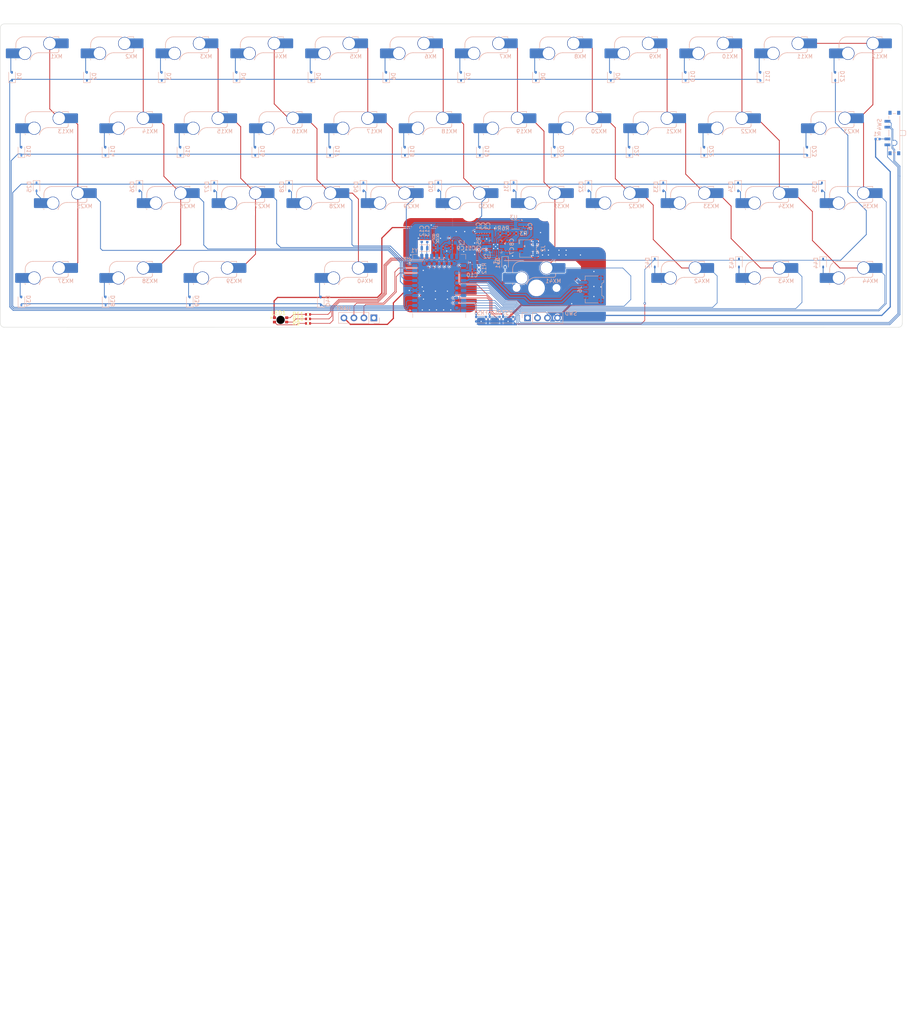
<source format=kicad_pcb>
(kicad_pcb (version 20241229) (generator "pcbnew") (generator_version "9.0")
  (layers (0 "F.Cu" signal) (2 "B.Cu" signal) (13 "F.Paste" user) (15 "B.Paste" user) (5 "F.SilkS" user "F.Silkscreen") (7 "B.SilkS" user "B.Silkscreen") (1 "F.Mask" user) (3 "B.Mask" user) (25 "Edge.Cuts" user))
  (net 0 "")
  (net 1 "GND")
  (net 2 "+5V")
  (net 3 "+VSW")
  (net 4 "+BATT")
  (net 5 "VDD")
  (net 6 "Net-(U4-P0.00{slash}XL1)")
  (net 7 "Net-(U4-P0.01{slash}XL2)")
  (net 8 "r0")
  (net 9 "Net-(D1-A)")
  (net 10 "Net-(D2-A)")
  (net 11 "Net-(D3-A)")
  (net 12 "Net-(D4-A)")
  (net 13 "Net-(D5-A)")
  (net 14 "Net-(D6-A)")
  (net 15 "Net-(D7-A)")
  (net 16 "Net-(D8-A)")
  (net 17 "Net-(D9-A)")
  (net 18 "Net-(D10-A)")
  (net 19 "Net-(D11-A)")
  (net 20 "r1")
  (net 21 "Net-(D12-A)")
  (net 22 "Net-(D13-A)")
  (net 23 "Net-(D14-A)")
  (net 24 "Net-(D15-A)")
  (net 25 "Net-(D16-A)")
  (net 26 "Net-(D17-A)")
  (net 27 "Net-(D18-A)")
  (net 28 "Net-(D19-A)")
  (net 29 "Net-(D20-A)")
  (net 30 "Net-(D21-A)")
  (net 31 "Net-(D22-A)")
  (net 32 "Net-(D23-A)")
  (net 33 "Net-(D25-A)")
  (net 34 "Net-(D26-A)")
  (net 35 "Net-(D27-A)")
  (net 36 "Net-(D28-A)")
  (net 37 "Net-(D29-A)")
  (net 38 "Net-(D30-A)")
  (net 39 "Net-(D31-A)")
  (net 40 "Net-(D32-A)")
  (net 41 "Net-(D33-A)")
  (net 42 "Net-(D34-A)")
  (net 43 "Net-(D35-A)")
  (net 44 "Net-(D37-A)")
  (net 45 "Net-(D38-A)")
  (net 46 "Net-(D39-A)")
  (net 47 "Net-(D40-A)")
  (net 48 "Net-(D41-A)")
  (net 49 "Net-(D42-A)")
  (net 50 "Net-(D43-A)")
  (net 51 "Net-(D44-A)")
  (net 52 "RST")
  (net 53 "SWDCLK")
  (net 54 "SWDIO")
  (net 56 "RXD")
  (net 57 "TXD")
  (net 59 "D-")
  (net 60 "D+")
  (net 61 "DCCH")
  (net 62 "c00")
  (net 63 "c01")
  (net 64 "c02")
  (net 65 "c03")
  (net 66 "c05")
  (net 67 "c06")
  (net 68 "c07")
  (net 69 "c08")
  (net 70 "c09")
  (net 71 "c10")
  (net 72 "Net-(R1-Pad1)")
  (net 73 "Net-(U2-TS)")
  (net 74 "/TMR")
  (net 75 "/ILIM")
  (net 76 "Net-(U2-ISET)")
  (net 77 "SDA")
  (net 78 "SCL")
  (net 79 "Net-(LED1-BK)")
  (net 80 "LED_B")
  (net 81 "Net-(LED1-GK)")
  (net 82 "LED_G")
  (net 83 "LED_R")
  (net 84 "Net-(LED1-RK)")
  (net 85 "~{CHG}")
  (net 86 "FRST")
  (net 88 "Net-(U4-P1.06)")
  (net 89 "DFU")
  (net 90 "c04")
  (net 91 "ALERT")
  (net 92 "r2")
  (net 93 "r3")
  (net 95 "Net-(U4-P0.15)")
  (net 96 "Net-(U4-P0.10{slash}NFC2)")
  (net 97 "Net-(U4-P0.09{slash}NFC1)")
  (footprint "Resistor_SMD:R_0402_1005Metric" (layer "F.Cu") (at 618.363 89.281)
    (property "Reference" "R11")
    (property "Value" "1k")
  )
  (footprint "Resistor_SMD:R_0402_1005Metric" (layer "F.Cu") (at 618.363 91.567)
    (property "Reference" "R9")
    (property "Value" "1k")
  )
  (footprint "PCM_marbastlib-various:LED_1206R" (layer "F.Cu") (at 611.378 90.678)
    (property "Reference" "LED1")
    (property "Value" "IND")
  )
  (footprint "Resistor_SMD:R_0402_1005Metric" (layer "F.Cu") (at 618.363 90.424)
    (property "Reference" "R10")
    (property "Value" "1k")
  )
  (footprint "Package_DFN_QFN:VQFN-16-1EP_3x3mm_P0.5mm_EP1.6x1.6mm" (layer "B.Cu") (at 666.119 72.005 180)
    (property "Reference" "U2")
    (property "Value" "BQ24075")
  )
  (footprint "PCM_marbastlib-mx:SW_MX_HS_CPG151101S11_1u" (layer "B.Cu") (at 645.31875 25.4 180)
    (property "Reference" "MX6")
    (property "Value" "T")
  )
  (footprint "PCM_marbastlib-mx:SW_MX_HS_CPG151101S11_1u" (layer "B.Cu") (at 735.80625 63.5 180)
    (property "Reference" "MX34")
    (property "Value" ".")
  )
  (footprint "Diode_SMD:D_SOD-323" (layer "B.Cu") (at 752.57025 28.702 90)
    (property "Reference" "D12")
    (property "Value" "1N4148WS")
  )
  (footprint "Diode_SMD:D_SOD-323" (layer "B.Cu") (at 670.687 56.769 -90)
    (property "Reference" "D31")
    (property "Value" "1N4148WS")
  )
  (footprint "PCM_marbastlib-mx:SW_MX_HS_CPG151101S11_1u" (layer "B.Cu") (at 716.75625 63.5 180)
    (property "Reference" "MX33")
    (property "Value" ",")
  )
  (footprint "PCM_marbastlib-mx:SW_MX_HS_CPG151101S11_1u" (layer "B.Cu") (at 640.42925 63.5 180)
    (property "Reference" "MX29")
    (property "Value" "V")
  )
  (footprint "Diode_SMD:D_SOD-323" (layer "B.Cu") (at 676.37025 28.702 90)
    (property "Reference" "D8")
    (property "Value" "1N4148WS")
  )
  (footprint "PCM_marbastlib-mx:SW_MX_HS_CPG151101S11_1u" (layer "B.Cu") (at 550.06875 25.4 180)
    (property "Reference" "MX1")
    (property "Value" "ESC")
  )
  (footprint "PCM_marbastlib-mx:SW_MX_HS_CPG151101S11_1u" (layer "B.Cu") (at 607.21875 25.4 180)
    (property "Reference" "MX4")
    (property "Value" "E")
  )
  (footprint "Diode_SMD:D_SOD-323" (layer "B.Cu") (at 594.487 56.834 -90)
    (property "Reference" "D27")
    (property "Value" "1N4148WS")
  )
  (footprint "Capacitor_SMD:C_0402_1005Metric" (layer "B.Cu") (at 664.21 68.656 -90)
    (property "Reference" "C3")
    (property "Value" "1u")
  )
  (footprint "Capacitor_SMD:C_0402_1005Metric" (layer "B.Cu") (at 661.67 68.656 -90)
    (property "Reference" "C1")
    (property "Value" "4u7")
  )
  (footprint "PCM_marbastlib-mx:SW_MX_HS_CPG151101S11_1u" (layer "B.Cu") (at 702.46875 25.4 180)
    (property "Reference" "MX9")
    (property "Value" "I")
  )
  (footprint "Diode_SMD:D_SOD-323" (layer "B.Cu") (at 651.51 56.769 -90)
    (property "Reference" "D30")
    (property "Value" "1N4148WS")
  )
  (footprint "bdkb:DFN-8-1EP_2x2mm_P0.5mm_EP0.7x1.3mm" (layer "B.Cu") (at 671.183 66.425 180)
    (property "Reference" "U3")
    (property "Value" "MAX17048")
  )
  (footprint "PCM_marbastlib-various:SW_T1A2QR" (layer "B.Cu") (at 669.29 90.496 180)
    (property "Reference" "SW1" (hide yes))
    (property "Value" "RST")
  )
  (footprint "PCM_marbastlib-mx:SW_MX_HS_CPG151101S11_1u" (layer "B.Cu") (at 664.36875 25.4 180)
    (property "Reference" "MX7")
    (property "Value" "Y")
  )
  (footprint "PCM_marbastlib-mx:SW_MX_HS_CPG151101S11_1u" (layer "B.Cu") (at 569.11875 25.4 180)
    (property "Reference" "MX2")
    (property "Value" "Q")
  )
  (footprint "Diode_SMD:D_SOD-323" (layer "B.Cu") (at 566.83275 85.852 90)
    (property "Reference" "D38")
    (property "Value" "1N4148WS")
  )
  (footprint "Diode_SMD:D_SOD-323" (layer "B.Cu") (at 662.08275 47.752 90)
    (property "Reference" "D19")
    (property "Value" "1N4148WS")
  )
  (footprint "PCM_marbastlib-mx:SW_MX_HS_CPG151101S11_1.75u" (layer "B.Cu") (at 557.2125 63.5 180)
    (property "Reference" "MX25")
    (property "Value" "Shift")
  )
  (footprint "Crystal:Crystal_SMD_2012-2Pin_2.0x1.2mm" (layer "B.Cu") (at 648.011 72.412 180)
    (property "Reference" "Y1")
    (property "Value" "32.768 KHz")
  )
  (footprint "Diode_SMD:D_SOD-323" (layer "B.Cu") (at 749.173 56.834 -90)
    (property "Reference" "D35")
    (property "Value" "1N4148WS")
  )
  (footprint "PCM_marbastlib-mx:SW_MX_HS_CPG151101S11_1u" (layer "B.Cu") (at 669.13125 44.45 180)
    (property "Reference" "MX19")
    (property "Value" "H")
  )
  (footprint "PCM_marbastlib-mx:SW_MX_HS_CPG151101S11_1u" (layer "B.Cu") (at 688.18125 44.45 180)
    (property "Reference" "MX20")
    (property "Value" "J")
  )
  (footprint "Resistor_SMD:R_0402_1005Metric" (layer "B.Cu") (at 763.349 44.656 180)
    (property "Reference" "R1")
    (property "Value" "470k")
  )
  (footprint "PCM_marbastlib-mx:SW_MX_HS_CPG151101S11_1.25u" (layer "B.Cu") (at 552.45 44.45 180)
    (property "Reference" "MX13")
    (property "Value" "Caps")
  )
  (footprint "Capacitor_SMD:C_0402_1005Metric" (layer "B.Cu") (at 662.94 68.656 -90)
    (property "Reference" "C2")
    (property "Value" "4u7")
  )
  (footprint "Diode_SMD:D_SOD-323" (layer "B.Cu") (at 545.4015 47.752 90)
    (property "Reference" "D13")
    (property "Value" "1N4148WS")
  )
  (footprint "Diode_SMD:D_SOD-323" (layer "B.Cu") (at 727.837 56.834 -90)
    (property "Reference" "D34")
    (property "Value" "1N4148WS")
  )
  (footprint "Capacitor_SMD:C_0402_1005Metric" (layer "B.Cu") (at 673.56425 66.905 -90)
    (property "Reference" "C6")
    (property "Value" "100n")
  )
  (footprint "Diode_SMD:D_SOD-323" (layer "B.Cu") (at 585.88275 47.752 90)
    (property "Reference" "D15")
    (property "Value" "1N4148WS")
  )
  (footprint "PCM_marbastlib-mx:SW_MX_HS_CPG151101S11_2.75u" (layer "B.Cu") (at 676.529 82.55 180)
    (property "Reference" "MX41")
    (property "Value" "Space")
  )
  (footprint "Diode_SMD:D_SOD-323" (layer "B.Cu") (at 575.437 56.834 -90)
    (property "Reference" "D26")
    (property "Value" "1N4148WS")
  )
  (footprint "PCM_marbastlib-mx:SW_MX_HS_CPG151101S11_1u" (layer "B.Cu") (at 726.28125 44.45 180)
    (property "Reference" "MX22")
    (property "Value" "L")
  )
  (footprint "Diode_SMD:D_SOD-323" (layer "B.Cu") (at 588.264 85.852 90)
    (property "Reference" "D39")
    (property "Value" "1N4148WS")
  )
  (footprint "Diode_SMD:D_SOD-323" (layer "B.Cu") (at 657.32025 28.702 90)
    (property "Reference" "D7")
    (property "Value" "1N4148WS")
  )
  (footprint "Capacitor_SMD:C_0402_1005Metric" (layer "B.Cu") (at 662.963 72.621 -90)
    (property "Reference" "C5")
    (property "Value" "1u")
  )
  (footprint "Resistor_SMD:R_0402_1005Metric" (layer "B.Cu") (at 650.868 71.6755 180)
    (property "Reference" "R8")
    (property "Value" "10k")
  )
  (footprint "Inductor_SMD:L_0603_1608Metric" (layer "B.Cu") (at 655.0865 71.0405 180)
    (property "Reference" "L2")
    (property "Value" "10 uH")
  )
  (footprint "PCM_marbastlib-mx:SW_MX_HS_CPG151101S11_1.25u" (layer "B.Cu") (at 757.2375 82.55 180)
    (property "Reference" "MX44")
    (property "Value" "Ctrl")
  )
  (footprint "Diode_SMD:D_SOD-323" (layer "B.Cu") (at 719.23275 47.752 90)
    (property "Reference" "D22")
    (property "Value" "1N4148WS")
  )
  (footprint "Diode_SMD:D_SOD-323" (layer "B.Cu") (at 668.528 76.2 -90)
    (property "Reference" "D41")
    (property "Value" "1N4148WS")
  )
  (footprint "Diode_SMD:D_SOD-323" (layer "B.Cu") (at 549.24325 56.834 -90)
    (property "Reference" "D25")
    (property "Value" "1N4148WS")
  )
  (footprint "PCM_marbastlib-various:Molex_Pico-EZmate_78171-0002_1x02-1MP_P1.20mm_Vertical" (layer "B.Cu") (at 674.37 72.517 -90)
    (property "Reference" "J2")
    (property "Value" "78171-0002")
  )
  (footprint "Diode_SMD:D_SOD-323" (layer "B.Cu") (at 708.787 56.834 -90)
    (property "Reference" "D33")
    (property "Value" "1N4148WS")
  )
  (footprint "Capacitor_SMD:C_0402_1005Metric" (layer "B.Cu") (at 669.059 70.871 90)
    (property "Reference" "C8")
    (property "Value" "1u")
  )
  (footprint "PCM_marbastlib-mx:SW_MX_HS_CPG151101S11_1u" (layer "B.Cu") (at 659.47925 63.5 180)
    (property "Reference" "MX30")
    (property "Value" "B")
  )
  (footprint "PCM_marbastlib-mx:SW_MX_HS_CPG151101S11_1u" (layer "B.Cu") (at 631.03125 44.45 180)
    (property "Reference" "MX17")
    (property "Value" "F")
  )
  (footprint "Capacitor_SMD:C_0402_1005Metric" (layer "B.Cu") (at 652.775 72.412)
    (property "Reference" "C9")
    (property "Value" "1u")
  )
  (footprint "Diode_SMD:D_SOD-323" (layer "B.Cu") (at 621.6015 85.852 90)
    (property "Reference" "D40")
    (property "Value" "1N4148WS")
  )
  (footprint "PCM_marbastlib-mx:SW_MX_HS_CPG151101S11_1u" (layer "B.Cu") (at 583.40625 63.5 180)
    (property "Reference" "MX26")
    (property "Value" "Z")
  )
  (footprint "Resistor_SMD:R_0402_1005Metric" (layer "B.Cu") (at 661.924 77.343 90)
    (property "Reference" "R12")
    (property "Value" "100k")
  )
  (footprint "Diode_SMD:D_SOD-323" (layer "B.Cu") (at 543.02025 28.702 90)
    (property "Reference" "D1")
    (property "Value" "1N4148WS")
  )
  (footprint "Connector_Molex:Molex_Pico-EZmate_78171-0004_1x04-1MP_P1.20mm_Vertical" (layer "B.Cu") (at 691.007 82.931 -90)
    (property "Reference" "J6")
    (property "Value" "78171-0004")
  )
  (footprint "PCM_marbastlib-mx:SW_MX_HS_CPG151101S11_1u" (layer "B.Cu") (at 707.23125 44.45 180)
    (property "Reference" "MX21")
    (property "Value" "K")
  )
  (footprint "PCM_marbastlib-mx:SW_MX_HS_CPG151101S11_1u" (layer "B.Cu") (at 626.26875 25.4 180)
    (property "Reference" "MX5")
    (property "Value" "R")
  )
  (footprint "Connector_PinHeader_2.54mm:PinHeader_1x04_P2.54mm_Vertical" (layer "B.Cu") (at 674.243 90.17 -90)
    (property "Reference" "J4" (hide yes))
    (property "Value" "SWD")
  )
  (footprint "Button_Switch_SMD:SW_SP3T_PCM13" (layer "B.Cu") (at 767.286 43.132 -90)
    (property "Reference" "SW4")
    (property "Value" "SW_SP3T")
  )
  (footprint "PCM_marbastlib-mx:SW_MX_HS_CPG151101S11_1u" (layer "B.Cu") (at 697.70625 63.5 180)
    (property "Reference" "MX32")
    (property "Value" "M")
  )
  (footprint "PCM_marbastlib-mx:SW_MX_HS_CPG151101S11_1.25u" (layer "B.Cu") (at 714.375 82.55 180)
    (property "Reference" "MX42")
    (property "Value" "Fn")
  )
  (footprint "Diode_SMD:D_SOD-323" (layer "B.Cu") (at 581.12025 28.702 90)
    (property "Reference" "D3")
    (property "Value" "1N4148WS")
  )
  (footprint "Resistor_SMD:R_0402_1005Metric" (layer "B.Cu") (at 662.963 70.587 90)
    (property "Reference" "R5")
    (property "Value" "1k5")
  )
  (footprint "Diode_SMD:D_SOD-323" (layer "B.Cu") (at 681.13275 47.752 90)
    (property "Reference" "D20")
    (property "Value" "1N4148WS")
  )
  (footprint "PCM_marbastlib-mx:SW_MX_HS_CPG151101S11_1u" (layer "B.Cu") (at 740.56875 25.4 180)
    (property "Reference" "MX11")
    (property "Value" "P")
  )
  (footprint "PCM_marbastlib-mx:SW_MX_HS_CPG151101S11_1u" (layer "B.Cu") (at 573.88125 82.55 180)
    (property "Reference" "MX38")
    (property "Value" "Super")
  )
  (footprint "Capacitor_SMD:C_0402_1005Metric" (layer "B.Cu") (at 654.68 72.412 180)
    (property "Reference" "C11")
    (property "Value" "4u7")
  )
  (footprint "PCM_marbastlib-mx:SW_MX_HS_CPG151101S11_1u" (layer "B.Cu") (at 592.93125 44.45 180)
    (property "Reference" "MX15")
    (property "Value" "S")
  )
  (footprint "Resistor_SMD:R_0402_1005Metric" (layer "B.Cu") (at 650.866 72.9455 180)
    (property "Reference" "R7")
    (property "Value" "10k")
  )
  (footprint "PCM_marbastlib-mx:SW_MX_HS_CPG151101S11_1u" (layer "B.Cu") (at 759.61875 25.4 180)
    (property "Reference" "MX12")
    (property "Value" "BS")
  )
  (footprint "PCM_marbastlib-various:nRF52840_E73-2G4M08S1C" (layer "B.Cu") (at 651.759 83.249)
    (property "Reference" "U4")
    (property "Value" "nRF52840_E73-2G4M08S1C" (hide yes))
  )
  (footprint "Diode_SMD:D_SOD-323" (layer "B.Cu") (at 700.18275 47.752 90)
    (property "Reference" "D21")
    (property "Value" "1N4148WS")
  )
  (footprint "Diode_SMD:D_SOD-323" (layer "B.Cu") (at 613.537 56.834 -90)
    (property "Reference" "D28")
    (property "Value" "1N4148WS")
  )
  (footprint "PCM_marbastlib-mx:SW_MX_HS_CPG151101S11_1u" (layer "B.Cu") (at 611.98125 44.45 180)
    (property "Reference" "MX16")
    (property "Value" "D")
  )
  (footprint "Diode_SMD:D_SOD-323" (layer "B.Cu") (at 638.27025 28.702 90)
    (property "Reference" "D6")
    (property "Value" "1N4148WS")
  )
  (footprint "Diode_SMD:D_SOD-323" (layer "B.Cu") (at 689.737 56.834 -90)
    (property "Reference" "D32")
    (property "Value" "1N4148WS")
  )
  (footprint "Diode_SMD:D_SOD-323" (layer "B.Cu") (at 632.46 56.831 -90)
    (property "Reference" "D29")
    (property "Value" "1N4148WS")
  )
  (footprint "PCM_marbastlib-mx:SW_MX_HS_CPG151101S11_1.75u" (layer "B.Cu") (at 752.475 44.45 180)
    (property "Reference" "MX23")
    (property "Value" "\\")
  )
  (footprint "Resistor_SMD:R_0402_1005Metric" (layer "B.Cu") (at 671.343 68.684)
    (property "Reference" "R3")
    (property "Value" "10k")
  )
  (footprint "Diode_SMD:D_SOD-323" (layer "B.Cu") (at 619.22025 28.702 90)
    (property "Reference" "D5")
    (property "Value" "1N4148WS")
  )
  (footprint "PCM_marbastlib-mx:SW_MX_HS_CPG151101S11_1u" (layer "B.Cu") (at 721.51875 25.4 180)
    (property "Reference" "MX10")
    (property "Value" "O")
  )
  (footprint "PCM_marbastlib-mx:SW_MX_HS_CPG151101S11_1u" (layer "B.Cu") (at 621.50625 63.5 180)
    (property "Reference" "MX28")
    (property "Value" "C")
  )
  (footprint "Diode_SMD:D_SOD-323" (layer "B.Cu") (at 728.05925 76.2 -90)
    (property "Reference" "D43")
    (property "Value" "1N4148WS")
  )
  (footprint "Capacitor_SMD:C_0402_1005Metric" (layer "B.Cu") (at 660.141 78.127)
    (property "Reference" "C10")
    (property "Value" "4u7")
  )
  (footprint "PCM_marbastlib-mx:SW_MX_HS_CPG151101S11_1.25u" (layer "B.Cu") (at 757.2375 63.5 180)
    (property "Reference" "MX35")
    (property "Value" "Shift")
  )
  (footprint "PCM_marbastlib-mx:SW_MX_HS_CPG151101S11_2.25u" (layer "B.Cu") (at 628.65 82.55 180)
    (property "Reference" "MX40")
    (property "Value" "Space")
  )
  (footprint "PCM_marbastlib-mx:SW_MX_HS_CPG151101S11_1.25u" (layer "B.Cu") (at 595.3125 82.55 180)
    (property "Reference" "MX39")
    (property "Value" "Alt")
  )
  (footprint "Diode_SMD:D_SOD-323" (layer "B.Cu") (at 733.52025 28.702 90)
    (property "Reference" "D11")
    (property "Value" "1N4148WS")
  )
  (footprint "PCM_marbastlib-various:SW_T1A2QR" (layer "B.Cu") (at 662.432 90.496 180)
    (property "Reference" "SW2" (hide yes))
    (property "Value" "FRST")
  )
  (footprint "PCM_marbastlib-mx:SW_MX_HS_CPG151101S11_1.25u" (layer "B.Cu") (at 552.45 82.55 180)
    (property "Reference" "MX37")
    (property "Value" "Ctrl")
  )
  (footprint "PCM_marbastlib-mx:SW_MX_HS_CPG151101S11_1u" (layer "B.Cu") (at 678.65625 63.5 180)
    (property "Reference" "MX31")
    (property "Value" "N")
  )
  (footprint "Connector_PinHeader_2.54mm:PinHeader_1x04_P2.54mm_Vertical" (layer "B.Cu") (at 635.127 90.17 90)
    (property "Reference" "J5" (hide yes))
    (property "Value" "UART")
  )
  (footprint "Diode_SMD:D_SOD-323" (layer "B.Cu") (at 749.4905 76.2 -90)
    (property "Reference" "D44")
    (property "Value" "1N4148WS")
  )
  (footprint "Diode_SMD:D_SOD-323" (layer "B.Cu") (at 695.42025 28.702 90)
    (property "Reference" "D9")
    (property "Value" "1N4148WS")
  )
  (footprint "PCM_marbastlib-various:SW_T1A2QR" (layer "B.Cu") (at 665.861 90.496 180)
    (property "Reference" "SW3" (hide yes))
    (property "Value" "DFU")
  )
  (footprint "Capacitor_SMD:C_0402_1005Metric" (layer "B.Cu") (at 666.4725 74.808)
    (property "Reference" "C4")
    (property "Value" "4u7")
  )
  (footprint "Diode_SMD:D_SOD-323" (layer "B.Cu") (at 623.98275 47.752 90)
    (property "Reference" "D17")
    (property "Value" "1N4148WS")
  )
  (footprint "Resistor_SMD:R_0402_1005Metric" (layer "B.Cu") (at 669.313 68.684 180)
    (property "Reference" "R6")
    (property "Value" "2k2")
  )
  (footprint "Diode_SMD:D_SOD-323" (layer "B.Cu") (at 600.17025 28.702 90)
    (property "Reference" "D4")
    (property "Value" "1N4148WS")
  )
  (footprint "Diode_SMD:D_SOD-323" (layer "B.Cu") (at 643.03275 47.752 90)
    (property "Reference" "D18")
    (property "Value" "1N4148WS")
  )
  (footprint "Capacitor_SMD:C_0402_1005Metric" (layer "B.Cu") (at 647.3125 70.34825 90)
    (property "Reference" "C12")
    (property "Value" "12p")
  )
  (footprint "PCM_marbastlib-mx:SW_MX_HS_CPG151101S11_1u" (layer "B.Cu") (at 573.88125 44.45 180)
    (property "Reference" "MX14")
    (property "Value" "A")
  )
  (footprint "Diode_SMD:D_SOD-323" (layer "B.Cu") (at 604.93275 47.752 90)
    (property "Reference" "D16")
    (property "Value" "1N4148WS")
  )
  (footprint "Diode_SMD:D_SOD-323" (layer "B.Cu") (at 545.4015 85.852 90)
    (property "Reference" "D37")
    (property "Value" "1N4148WS")
  )
  (footprint "Capacitor_SMD:C_0402_1005Metric" (layer "B.Cu") (at 648.7095 70.37625 90)
    (property "Reference" "C13")
    (property "Value" "12p")
  )
  (footprint "PCM_marbastlib-mx:SW_MX_HS_CPG151101S11_1u" (layer "B.Cu") (at 650.08125 44.45 180)
    (property "Reference" "MX18")
    (property "Value" "G")
  )
  (footprint "PCM_marbastlib-mx:SW_MX_HS_CPG151101S11_1u" (layer "B.Cu") (at 588.16875 25.4 180)
    (property "Reference" "MX3")
    (property "Value" "W")
  )
  (footprint "PCM_marbastlib-mx:SW_MX_HS_CPG151101S11_1u" (layer "B.Cu") (at 735.80625 82.55 180)
    (property "Reference" "MX43")
    (property "Value" "Super")
  )
  (footprint "Resistor_SMD:R_0402_1005Metric" (layer "B.Cu") (at 667.279 68.684)
    (property "Reference" "R4")
    (property "Value" "47k")
  )
  (footprint "Capacitor_SMD:C_0402_1005Metric" (layer "B.Cu") (at 669.059 73.101 -90)
    (property "Reference" "C7")
    (property "Value" "4u7")
  )
  (footprint "Diode_SMD:D_SOD-323" (layer "B.Cu") (at 714.47025 28.702 90)
    (property "Reference" "D10")
    (property "Value" "1N4148WS")
  )
  (footprint "Diode_SMD:D_SOD-323" (layer "B.Cu") (at 706.628 76.2 -90)
    (property "Reference" "D42")
    (property "Value" "1N4148WS")
  )
  (footprint "PCM_marbastlib-mx:SW_MX_HS_CPG151101S11_1u" (layer "B.Cu") (at 602.45625 63.5 180)
    (property "Reference" "MX27")
    (property "Value" "X")
  )
  (footprint "Diode_SMD:D_SOD-323" (layer "B.Cu") (at 562.07025 28.702 90)
    (property "Reference" "D2")
    (property "Value" "1N4148WS")
  )
  (footprint "Diode_SMD:D_SOD-323" (layer "B.Cu") (at 566.801 47.752 90)
    (property "Reference" "D14")
    (property "Value" "1N4148WS")
  )
  (footprint "Diode_SMD:D_SOD-323" (layer "B.Cu") (at 745.4265 47.752 90)
    (property "Reference" "D23")
    (property "Value" "1N4148WS")
  )
  (footprint "PCM_marbastlib-mx:SW_MX_HS_CPG151101S11_1u" (layer "B.Cu") (at 683.41875 25.4 180)
    (property "Reference" "MX8")
    (property "Value" "U")
  )
  (gr_line (start 540.044873 91.552362) (end 540.044873 16.363078) (stroke (width 0.1)) (layer "Edge.Cuts"))
  (gr_arc (start 541.044826 92.552362) (mid 540.337731 92.259467) (end 540.044873 91.552362) (stroke (width 0.1)) (layer "Edge.Cuts"))
  (gr_arc (start 768.647788 15.363078) (mid 769.354952 15.655984) (end 769.647788 16.363153) (stroke (width 0.1)) (layer "Edge.Cuts"))
  (gr_arc (start 540.044873 16.363078) (mid 540.337776 15.656001) (end 541.044873 15.363078) (stroke (width 0.1)) (layer "Edge.Cuts"))
  (gr_line (start 768.642109 92.563114) (end 541.0448 92.552362) (stroke (width 0.1)) (layer "Edge.Cuts"))
  (gr_line (start 769.647788 16.363153) (end 769.642156 91.563189) (stroke (width 0.1)) (layer "Edge.Cuts"))
  (gr_arc (start 769.642156 91.563189) (mid 769.349216 92.270265) (end 768.642109 92.563114) (stroke (width 0.1)) (layer "Edge.Cuts"))
  (gr_line (start 541.044873 15.363078) (end 768.647788 15.363078) (stroke (width 0.1)) (layer "Edge.Cuts"))
  (segment (start 664.183 70.077) (end 665.607 71.501) (width 0.3) (layer "F.Cu") (net 1))
  (segment (start 691.134 84.731) (end 691.134 82.169) (width 0.5) (layer "F.Cu") (net 1))
  (segment (start 691.134 82.169) (end 691.134 78.359) (width 0.5) (layer "F.Cu") (net 1))
  (segment (start 687.705 74.168) (end 688.316 74.168) (width 0.5) (layer "F.Cu") (net 1))
  (segment (start 681.863 90.17) (end 681.863 90.297) (width 0.3) (layer "F.Cu") (net 1))
  (segment (start 627.507 90.17) (end 629.158 91.821) (width 0.3) (layer "F.Cu") (net 1))
  (segment (start 685.4825 86.5505) (end 681.863 90.17) (width 0.5) (layer "F.Cu") (net 1))
  (segment (start 663.829 70.077) (end 664.183 70.077) (width 0.3) (layer "F.Cu") (net 1))
  (segment (start 629.158 91.821) (end 638.556 91.821) (width 0.3) (layer "F.Cu") (net 1))
  (segment (start 672.7825 86.741) (end 669.29 90.2335) (width 0.5) (layer "F.Cu") (net 1))
  (segment (start 652.0815 69.9135) (end 652.018 69.85) (width 0.3) (layer "F.Cu") (net 1))
  (segment (start 653.669 73.152) (end 653.669 71.501) (width 0.3) (layer "F.Cu") (net 1))
  (segment (start 685.4825 86.5505) (end 685.292 86.741) (width 0.5) (layer "F.Cu") (net 1))
  (segment (start 640.08 86.36) (end 643.255 83.185) (width 0.3) (layer "F.Cu") (net 1))
  (segment (start 653.669 71.501) (end 652.0815 69.9135) (width 0.3) (layer "F.Cu") (net 1))
  (segment (start 669.29 90.2335) (end 669.29 91.059) (width 0.5) (layer "F.Cu") (net 1))
  (segment (start 691.134 76.986) (end 691.134 78.359) (width 0.5) (layer "F.Cu") (net 1))
  (segment (start 638.556 91.821) (end 640.08 90.297) (width 0.3) (layer "F.Cu") (net 1))
  (segment (start 646.4665 69.85) (end 646.44825 69.86825) (width 0.3) (layer "F.Cu") (net 1))
  (segment (start 643.255 83.185) (end 644.144 83.185) (width 0.3) (layer "F.Cu") (net 1))
  (segment (start 640.08 90.297) (end 640.08 86.36) (width 0.3) (layer "F.Cu") (net 1))
  (segment (start 652.018 69.85) (end 646.4665 69.85) (width 0.3) (layer "F.Cu") (net 1))
  (segment (start 688.316 74.168) (end 691.134 76.986) (width 0.5) (layer "F.Cu") (net 1))
  (segment (start 685.292 86.741) (end 672.7825 86.741) (width 0.5) (layer "F.Cu") (net 1))
  (via (at 651.0655 88.138) (size 0.6) (drill 0.3) (layers "F.Cu" "B.Cu") (net 1))
  (via (at 650.7988 83.3628) (size 0.6) (drill 0.3) (layers "F.Cu" "B.Cu") (net 1))
  (via (at 647.7508 83.3628) (size 0.6) (drill 0.3) (layers "F.Cu" "B.Cu") (net 1))
  (via (at 649.25575 88.138) (size 0.6) (drill 0.3) (layers "F.Cu" "B.Cu") (net 1))
  (via (at 691.134 82.169) (size 0.6) (drill 0.3) (layers "F.Cu" "B.Cu") (net 1))
  (via (at 691.134 78.359) (size 0.6) (drill 0.3) (layers "F.Cu" "B.Cu") (net 1))
  (via (at 663.829 70.077) (size 0.6) (drill 0.3) (layers "F.Cu" "B.Cu") (net 1))
  (via (at 665.861 67.31) (size 0.6) (drill 0.3) (layers "F.Cu" "B.Cu") (net 1))
  (via (at 657.987 73.279) (size 0.6) (drill 0.3) (layers "F.Cu" "B.Cu") (net 1))
  (via (at 684.022 74.168) (size 0.6) (drill 0.3) (layers "F.Cu" "B.Cu") (net 1))
  (via (at 647.7508 85.3948) (size 0.6) (drill 0.3) (layers "F.Cu" "B.Cu") (net 1))
  (via (at 685.4825 86.5505) (size 0.6) (drill 0.3) (layers "F.Cu" "B.Cu") (net 1))
  (via (at 644.525 74.168) (size 0.6) (drill 0.3) (layers "F.Cu" "B.Cu") (net 1))
  (via (at 656.082 68.199) (size 0.6) (drill 0.3) (layers "F.Cu" "B.Cu") (net 1))
  (via (at 666.623 71.501) (size 0.6) (drill 0.3) (layers "F.Cu" "B.Cu") (net 1))
  (via (at 658.241 68.199) (size 0.6) (drill 0.3) (layers "F.Cu" "B.Cu") (net 1))
  (via (at 644.144 83.185) (size 0.6) (drill 0.3) (layers "F.Cu" "B.Cu") (net 1))
  (via (at 660.781 74.041) (size 0.6) (drill 0.3) (layers "F.Cu" "B.Cu") (net 1))
  (via (at 679.5516 72.9488) (size 0.6) (drill 0.3) (layers "F.Cu" "B.Cu") (net 1))
  (via (at 647.446 88.138) (size 0.6) (drill 0.3) (layers "F.Cu" "B.Cu") (net 1))
  (via (at 682.244 72.9488) (size 0.6) (drill 0.3) (layers "F.Cu" "B.Cu") (net 1))
  (via (at 678.0784 72.9488) (size 0.6) (drill 0.3) (layers "F.Cu" "B.Cu") (net 1))
  (via (at 653.8468 83.3628) (size 0.6) (drill 0.3) (layers "F.Cu" "B.Cu") (net 1))
  (via (at 682.244 74.168) (size 0.6) (drill 0.3) (layers "F.Cu" "B.Cu") (net 1))
  (via (at 654.685 88.138) (size 0.6) (drill 0.3) (layers "F.Cu" "B.Cu") (net 1))
  (via (at 647.446 82.296) (size 0.6) (drill 0.3) (layers "F.Cu" "B.Cu") (net 1))
  (via (at 653.669 73.152) (size 0.6) (drill 0.3) (layers "F.Cu" "B.Cu") (net 1))
  (via (at 644.2964 76.1492) (size 0.6) (drill 0.3) (layers "F.Cu" "B.Cu") (net 1))
  (via (at 653.8468 85.3948) (size 0.6) (drill 0.3) (layers "F.Cu" "B.Cu") (net 1))
  (via (at 670.433 74.422) (size 0.6) (drill 0.3) (layers "F.Cu" "B.Cu") (net 1))
  (via (at 665.607 72.517) (size 0.6) (drill 0.3) (layers "F.Cu" "B.Cu") (net 1))
  (via (at 665.607 71.501) (size 0.6) (drill 0.3) (layers "F.Cu" "B.Cu") (net 1))
  (via (at 678.053 74.168) (size 0.6) (drill 0.3) (layers "F.Cu" "B.Cu") (net 1))
  (via (at 677.545 68.453) (size 0.6) (drill 0.3) (layers "F.Cu" "B.Cu") (net 1))
  (via (at 646.44825 69.86825) (size 0.6) (drill 0.3) (layers "F.Cu" "B.Cu") (net 1))
  (via (at 666.639377 72.542299) (size 0.6) (drill 0.3) (layers "F.Cu" "B.Cu") (net 1))
  (via (at 669.29 91.059) (size 0.6) (drill 0.3) (layers "F.Cu" "B.Cu") (net 1))
  (via (at 652.87525 88.138) (size 0.6) (drill 0.3) (layers "F.Cu" "B.Cu") (net 1))
  (via (at 649.732 66.548) (size 0.6) (drill 0.3) (layers "F.Cu" "B.Cu") (net 1))
  (via (at 687.705 74.168) (size 0.6) (drill 0.3) (layers "F.Cu" "B.Cu") (net 1))
  (via (at 652.0815 69.9135) (size 0.6) (drill 0.3) (layers "F.Cu" "B.Cu") (net 1))
  (via (at 647.7 78.0796) (size 0.6) (drill 0.3) (layers "F.Cu" "B.Cu") (net 1))
  (via (at 691.134 84.731) (size 0.6) (drill 0.3) (layers "F.Cu" "B.Cu") (net 1))
  (via (at 673.481 68.707) (size 0.6) (drill 0.3) (layers "F.Cu" "B.Cu") (net 1))
  (via (at 684.0728 72.9488) (size 0.6) (drill 0.3) (layers "F.Cu" "B.Cu") (net 1))
  (via (at 662.432 91.059) (size 0.6) (drill 0.3) (layers "F.Cu" "B.Cu") (net 1))
  (via (at 679.553 74.168) (size 0.6) (drill 0.3) (layers "F.Cu" "B.Cu") (net 1))
  (via (at 660.781 71.12) (size 0.6) (drill 0.3) (layers "F.Cu" "B.Cu") (net 1))
  (via (at 650.7988 85.3948) (size 0.6) (drill 0.3) (layers "F.Cu" "B.Cu") (net 1))
  (via (at 666.119 72.005) (size 0.6) (drill 0.3) (layers "F.Cu" "B.Cu") (net 1))
  (via (at 692.907 82.296) (size 0.6) (drill 0.3) (layers "F.Cu" "B.Cu") (net 1))
  (segment (start 670.2205 66.675) (end 670.933 66.675) (width 0.3) (layer "B.Cu") (net 1))
  (segment (start 672.1455 65.675) (end 672.2885 65.532) (width 0.3) (layer "B.Cu") (net 1))
  (segment (start 668.1795 73.581) (end 666.9525 74.808) (width 0.3) (layer "B.Cu") (net 1))
  (segment (start 656.336 76.327) (end 655.591 76.327) (width 0.3) (layer "B.Cu") (net 1))
  (segment (start 669.107 73.533) (end 669.059 73.581) (width 0.4) (layer "B.Cu") (net 1))
  (segment (start 660.621 76.206057) (end 659.886943 75.472) (width 0.3) (layer "B.Cu") (net 1))
  (segment (start 672.495 73.117) (end 672.079 73.533) (width 0.4) (layer "B.Cu") (net 1))
  (segment (start 655.569 76.967) (end 655.569 76.349) (width 0.3) (layer "B.Cu") (net 1))
  (segment (start 666.369 71.755) (end 666.119 72.005) (width 0.3) (layer "B.Cu") (net 1))
  (segment (start 678.053 74.168) (end 676.4105 74.168) (width 0.5) (layer "B.Cu") (net 1))
  (segment (start 654.177 72.435) (end 654.2 72.412) (width 0.3) (layer "B.Cu") (net 1))
  (segment (start 647.446 82.296) (end 646.543 83.199) (width 0.3) (layer "B.Cu") (net 1))
  (segment (start 666.369 70.5675) (end 666.369 71.755) (width 0.3) (layer "B.Cu") (net 1))
  (segment (start 662.432 91.059) (end 663.707 91.059) (width 0.5) (layer "B.Cu") (net 1))
  (segment (start 655.569 76.195) (end 654.924 75.55) (width 0.3) (layer "B.Cu") (net 1))
  (segment (start 672.2885 65.532) (end 674.997 65.532) (width 0.3) (layer "B.Cu") (net 1))
  (segment (start 671.742202 67.175) (end 672.1455 67.175) (width 0.3) (layer "B.Cu") (net 1))
  (segment (start 671.183 66.425) (end 671.183 66.615798) (width 0.3) (layer "B.Cu") (net 1))
  (segment (start 671.183 66.615798) (end 671.742202 67.175) (width 0.3) (layer "B.Cu") (net 1))
  (segment (start 687.302 84.731) (end 689.132 84.731) (width 0.5) (layer "B.Cu") (net 1))
  (segment (start 672.079 73.533) (end 669.107 73.533) (width 0.4) (layer "B.Cu") (net 1))
  (segment (start 676.1325 66.6675) (end 676.1325 71.346) (width 0.5) (layer "B.Cu") (net 1))
  (segment (start 653.97 75.55) (end 653.669 75.249) (width 0.3) (layer "B.Cu") (net 1))
  (segment (start 665.305 73.5065) (end 665.369 73.4425) (width 0.3) (layer "B.Cu") (net 1))
  (segment (start 691.134 84.731) (end 692.885 84.731) (width 0.5) (layer "B.Cu") (net 1))
  (segment (start 653.669 74.549) (end 653.669 73.152) (width 0.3) (layer "B.Cu") (net 1))
  (segment (start 654.924 75.55) (end 653.97 75.55) (width 0.3) (layer "B.Cu") (net 1))
  (segment (start 647.3125 69.86825) (end 648.6815 69.86825) (width 0.3) (layer "B.Cu") (net 1))
  (segment (start 671.853 69.192) (end 671.853 68.684) (width 0.3) (layer "B.Cu") (net 1))
  (segment (start 682.625 89.535) (end 681.863 90.297) (width 0.3) (layer "B.Cu") (net 1))
  (segment (start 666.369 70.104) (end 666.369 70.5675) (width 0.3) (layer "B.Cu") (net 1))
  (segment (start 671.853 68.43) (end 671.345 67.922) (width 0.3) (layer "B.Cu") (net 1))
  (segment (start 674.997 65.532) (end 675.14 65.675) (width 0.3) (layer "B.Cu") (net 1))
  (segment (start 670.019 70.391) (end 670.837 69.573) (width 0.3) (layer "B.Cu") (net 1))
  (segment (start 646.43 69.85) (end 646.44825 69.86825) (width 0.3) (layer "B.Cu") (net 1))
  (segment (start 667.5565 72.755) (end 666.869 72.755) (width 0.3) (layer "B.Cu") (net 1))
  (segment (start 674.8385 73.152) (end 676.1325 74.446) (width 0.5) (layer "B.Cu") (net 1))
  (segment (start 764.413 89.535) (end 682.625 89.535) (width 0.3) (layer "B.Cu") (net 1))
  (segment (start 651.891 77.851) (end 654.685 77.851) (width 0.3) (layer "B.Cu") (net 1))
  (segment (start 660.621 78.127) (end 660.621 76.206057) (width 0.3) (layer "B.Cu") (net 1))
  (segment (start 692.885 84.731) (end 692.907 84.709) (width 0.5) (layer "B.Cu") (net 1))
  (segment (start 667.789 68.684) (end 666.369 70.104) (width 0.3) (layer "B.Cu") (net 1))
  (segment (start 663.3045 73.4425) (end 665.369 73.4425) (width 0.3) (layer "B.Cu") (net 1))
  (segment (start 653.669 75.249) (end 653.669 74.549) (width 0.3) (layer "B.Cu") (net 1))
  (segment (start 671.742202 65.675) (end 671.183 66.234202) (width 0.3) (layer "B.Cu") (net 1))
  (segment (start 665.42 72.704) (end 665.42 73.3915) (width 0.3) (layer "B.Cu") (net 1))
  (segment (start 762.839 49.226) (end 766.572 52.959) (width 0.3) (layer "B.Cu") (net 1))
  (segment (start 646.543 83.199) (end 645.559 83.199) (width 0.3) (layer "B.Cu") (net 1))
  (segment (start 669.29 91.059) (end 670.565 91.059) (width 0.5) (layer "B.Cu") (net 1))
  (segment (start 648.6815 69.86825) (end 648.7095 69.89625) (width 0.3) (layer "B.Cu") (net 1))
  (segment (start 653.156 72.412) (end 653.669 72.412) (width 0.3) (layer "B.Cu") (net 1))
  (segment (start 668.803 68.684) (end 668.803 68.178) (width 0.3) (layer "B.Cu") (net 1))
  (segment (start 679.553 74.168) (end 678.053 74.168) (width 0.5) (layer "B.Cu") (net 1))
  (segment (start 675.14 65.675) (end 676.1325 66.6675) (width 0.5) (layer "B.Cu") (net 1))
  (segment (start 662.963 70.077) (end 663.829 70.077) (width 0.3) (layer "B.Cu") (net 1))
  (segment (start 645.545 83.185) (end 645.559 83.199) (width 0.3) (layer "B.Cu") (net 1))
  (segment (start 644.144 83.185) (end 645.545 83.185) (width 0.3) (layer "B.Cu") (net 1))
  (segment (start 689.132 84.731) (end 691.134 84.731) (width 0.5) (layer "B.Cu") (net 1))
  (segment (start 670.837 69.573) (end 671.472 69.573) (width 0.3) (layer "B.Cu") (net 1))
  (segment (start 666.869 73.4425) (end 666.869 72.755) (width 0.3) (layer "B.Cu") (net 1))
  (segment (start 671.183 66.234202) (end 671.183 66.425) (width 0.3) (layer "B.Cu") (net 1))
  (segment (start 692.907 82.296) (end 692.907 84.709) (width 0.5) (layer "B.Cu") (net 1))
  (segment (start 653.669 72.412) (end 654.101 72.412) (width 0.3) (layer "B.Cu") (net 1))
  (segment (start 766.572 52.959) (end 766.572 87.376) (width 0.3) (layer "B.Cu") (net 1))
  (segment (start 647.3125 69.86825) (end 646.44825 69.86825) (width 0.3) (layer "B.Cu") (net 1))
  (segment (start 666.869 72.755) (end 666.119 72.005) (width 0.3) (layer "B.Cu") (net 1))
  (segment (start 692.907 84.709) (end 692.907 85.881) (width 0.5) (layer "B.Cu") (net 1))
  (segment (start 669.059 73.581) (end 669.3505 73.581) (width 0.5) (layer "B.Cu") (net 1))
  (segment (start 669.059 73.581) (end 668.3825 73.581) (width 0.5) (layer "B.Cu") (net 1))
  (segment (start 653.669 73.152) (end 653.669 72.412) (width 0.3) (layer "B.Cu") (net 1))
  (segment (start 671.853 68.684) (end 671.853 68.43) (width 0.3) (layer "B.Cu") (net 1))
  (segment (start 666.869 73.4425) (end 666.869 74.7245) (width 0.3) (layer "B.Cu") (net 1))
  (segment (start 655.591 76.327) (end 655.569 76.349) (width 0.3) (layer "B.Cu") (net 1))
  (segment (start 671.472 69.573) (end 671.853 69.192) (width 0.3) (layer "B.Cu") (net 1))
  (segment (start 666.119 72.005) (end 665.42 72.704) (width 0.3) (layer "B.Cu") (net 1))
  (segment (start 666.869 74.7245) (end 666.9525 74.808) (width 0.3) (layer "B.Cu") (net 1))
  (segment (start 766.572 87.376) (end 764.413 89.535) (width 0.3) (layer "B.Cu") (net 1))
  (segment (start 663.829 70.077) (end 663.929 70.077) (width 0.3) (layer "B.Cu") (net 1))
  (segment (start 692.907 79.981) (end 692.907 82.296) (width 0.5) (layer "B.Cu") (net 1))
  (segment (start 684.022 74.168) (end 682.244 74.168) (width 0.5) (layer "B.Cu") (net 1))
  (segment (start 672.1455 65.675) (end 671.742202 65.675) (width 0.3) (layer "B.Cu") (net 1))
  (segment (start 661.157 91.059) (end 662.432 91.059) (width 0.5) (layer "B.Cu") (net 1))
  (segment (start 662.963 73.101) (end 663.3045 73.4425) (width 0.3) (layer "B.Cu") (net 1))
  (segment (start 655.569 76.349) (end 655.569 76.195) (width 0.3) (layer "B.Cu") (net 1))
  (segment (start 669.059 67.922) (end 671.345 67.922) (width 0.3) (layer "B.Cu") (net 1))
  (segment (start 668.803 68.684) (end 667.789 68.684) (width 0.3) (layer "B.Cu") (net 1))
  (segment (start 669.059 70.391) (end 670.019 70.391) (width 0.3) (layer "B.Cu") (net 1))
  (segment (start 669.059 73.581) (end 668.1795 73.581) (width 0.3) (layer "B.Cu") (net 1))
  (segment (start 668.015 91.059) (end 669.29 91.059) (width 0.5) (layer "B.Cu") (net 1))
  (segment (start 661.67 69.136) (end 664.21 69.136) (width 0.3) (layer "B.Cu") (net 1))
  (segment (start 672.1455 67.175) (end 673.35425 67.175) (width 0.3) (layer "B.Cu") (net 1))
  (segment (start 662.963 70.077) (end 662.963 69.136) (width 0.3) (layer "B.Cu") (net 1))
  (segment (start 685.4825 86.5505) (end 687.302 84.731) (width 0.5) (layer "B.Cu") (net 1))
  (segment (start 659.886943 75.472) (end 657.191 75.472) (width 0.3) (layer "B.Cu") (net 1))
  (segment (start 668.803 68.178) (end 669.059 67.922) (width 0.3) (layer "B.Cu") (net 1))
  (segment (start 687.705 74.168) (end 684.022 74.168) (width 0.5) (layer "B.Cu") (net 1))
  (segment (start 657.191 75.472) (end 656.336 76.327) (width 0.3) (layer "B.Cu") (net 1))
  (segment (start 676.4105 74.168) (end 676.1325 74.446) (width 0.5) (layer "B.Cu") (net 1))
  (segment (start 665.42 73.3915) (end 665.369 73.4425) (width 0.3) (layer "B.Cu") (net 1))
  (segment (start 762.839 44.656) (end 762.839 49.226) (width 0.3) (layer "B.Cu") (net 1))
  (segment (start 670.933 66.675) (end 671.183 66.425) (width 0.3) (layer "B.Cu") (net 1))
  (segment (start 676.1325 74.446) (end 676.1325 71.346) (width 0.5) (layer "B.Cu") (net 1))
  (segment (start 663.707 91.076) (end 668.015 91.076) (width 0.5) (layer "B.Cu") (net 1))
  (segment (start 682.244 74.168) (end 679.553 74.168) (width 0.5) (layer "B.Cu") (net 1))
  (segment (start 673.35425 67.175) (end 673.56425 67.385) (width 0.3) (layer "B.Cu") (net 1))
  (segment (start 647.446 82.296) (end 651.891 77.851) (width 0.3) (layer "B.Cu") (net 1))
  (segment (start 654.685 77.851) (end 655.569 76.967) (width 0.3) (layer "B.Cu") (net 1))
  (segment (start 672.8515 73.152) (end 674.8385 73.152) (width 0.5) (layer "B.Cu") (net 1))
  (segment (start 659.638 69.342) (end 660.781 68.199) (width 0.8) (layer "F.Cu") (net 2))
  (segment (start 672.973 76.073) (end 659.638 76.073) (width 0.8) (layer "F.Cu") (net 2))
  (segment (start 659.638 76.073) (end 659.638 69.342) (width 0.8) (layer "F.Cu") (net 2))
  (segment (start 686.816 80.518) (end 686.054 79.756) (width 0.8) (layer "F.Cu") (net 2))
  (segment (start 676.656 79.756) (end 672.973 76.073) (width 0.8) (layer "F.Cu") (net 2))
  (segment (start 686.054 79.756) (end 676.656 79.756) (width 0.8) (layer "F.Cu") (net 2))
  (via (at 660.781 68.199) (size 0.6) (drill 0.3) (layers "F.Cu" "B.Cu") (net 2))
  (via (at 686.816 80.518) (size 0.6) (drill 0.3) (layers "F.Cu" "B.Cu") (net 2))
  (via (at 659.638 76.073) (size 0.6) (drill 0.3) (layers "F.Cu" "B.Cu") (net 2))
  (segment (start 659.638 76.073) (end 659.661 76.096) (width 0.8) (layer "B.Cu") (net 2))
  (segment (start 661.67 68.176) (end 664.21 68.176) (width 0.8) (layer "B.Cu") (net 2))
  (segment (start 689.132 81.131) (end 687.429 81.131) (width 0.8) (layer "B.Cu") (net 2))
  (segment (start 657.959 78.119) (end 659.653 78.119) (width 0.5) (layer "B.Cu") (net 2))
  (segment (start 660.781 68.199) (end 661.647 68.199) (width 0.8) (layer "B.Cu") (net 2))
  (segment (start 687.429 81.131) (end 686.816 80.518) (width 0.8) (layer "B.Cu") (net 2))
  (segment (start 659.661 78.127) (end 659.661 76.096) (width 0.8) (layer "B.Cu") (net 2))
  (segment (start 661.647 68.199) (end 661.67 68.176) (width 0.8) (layer "B.Cu") (net 2))
  (segment (start 659.653 78.119) (end 659.661 78.127) (width 0.3) (layer "B.Cu") (net 2))
  (segment (start 655.066 70.358) (end 655.574 69.85) (width 0.3) (layer "B.Cu") (net 3))
  (segment (start 658.9445 72.141) (end 662.963 72.141) (width 0.3) (layer "B.Cu") (net 3))
  (segment (start 662.2815 74.173) (end 662.2815 72.6675) (width 0.4) (layer "B.Cu") (net 3))
  (segment (start 656.6535 69.85) (end 658.9445 72.141) (width 0.3) (layer "B.Cu") (net 3))
  (segment (start 655.066 72.318) (end 655.066 70.358) (width 0.3) (layer "B.Cu") (net 3))
  (segment (start 666.369 74.4315) (end 665.9925 74.808) (width 0.3) (layer "B.Cu") (net 3))
  (segment (start 666.369 73.4425) (end 666.369 74.4315) (width 0.3) (layer "B.Cu") (net 3))
  (segment (start 655.574 69.85) (end 656.6535 69.85) (width 0.3) (layer "B.Cu") (net 3))
  (segment (start 662.2815 72.6675) (end 662.808 72.141) (width 0.4) (layer "B.Cu") (net 3))
  (segment (start 662.9165 74.808) (end 662.2815 74.173) (width 0.4) (layer "B.Cu") (net 3))
  (segment (start 665.9925 74.808) (end 662.9165 74.808) (width 0.4) (layer "B.Cu") (net 3))
  (segment (start 655.066 74.234) (end 655.066 72.605) (width 0.3) (layer "B.Cu") (net 3))
  (segment (start 662.808 72.141) (end 662.963 72.141) (width 0.4) (layer "B.Cu") (net 3))
  (segment (start 662.984 72.12) (end 662.963 72.141) (width 0.4) (layer "B.Cu") (net 3))
  (segment (start 674.243 69.85) (end 673.227 69.85) (width 0.3) (layer "B.Cu") (net 4))
  (segment (start 667.5565 72.255) (end 668.693 72.255) (width 0.3) (layer "B.Cu") (net 4))
  (segment (start 668.693 72.255) (end 669.059 72.621) (width 0.3) (layer "B.Cu") (net 4))
  (segment (start 672.1455 66.675) (end 673.31425 66.675) (width 0.3) (layer "B.Cu") (net 4))
  (segment (start 675.005 69.088) (end 674.243 69.85) (width 0.3) (layer "B.Cu") (net 4))
  (segment (start 673.31425 66.675) (end 673.56425 66.425) (width 0.3) (layer "B.Cu") (net 4))
  (segment (start 672.1455 66.675) (end 672.1455 66.226) (width 0.3) (layer "B.Cu") (net 4))
  (segment (start 674.501 66.425) (end 675.005 66.929) (width 0.3) (layer "B.Cu") (net 4))
  (segment (start 667.647 72.255) (end 667.662 72.24) (width 0.3) (layer "B.Cu") (net 4))
  (segment (start 667.5565 72.255) (end 667.647 72.255) (width 0.3) (layer "B.Cu") (net 4))
  (segment (start 673.227 69.85) (end 672.495 70.582) (width 0.3) (layer "B.Cu") (net 4))
  (segment (start 669.948 72.621) (end 670.652 71.917) (width 0.3) (layer "B.Cu") (net 4))
  (segment (start 670.652 71.917) (end 672.495 71.917) (width 0.3) (layer "B.Cu") (net 4))
  (segment (start 668.655 71.755) (end 669.059 71.351) (width 0.3) (layer "B.Cu") (net 4))
  (segment (start 669.059 72.621) (end 669.948 72.621) (width 0.3) (layer "B.Cu") (net 4))
  (segment (start 667.5565 72.255) (end 667.5565 71.755) (width 0.3) (layer "B.Cu") (net 4))
  (segment (start 672.1455 66.175) (end 673.31425 66.175) (width 0.3) (layer "B.Cu") (net 4))
  (segment (start 669.059 71.351) (end 669.059 72.621) (width 0.3) (layer "B.Cu") (net 4))
  (segment (start 667.5565 71.755) (end 668.655 71.755) (width 0.3) (layer "B.Cu") (net 4))
  (segment (start 672.495 70.582) (end 672.495 71.917) (width 0.3) (layer "B.Cu") (net 4))
  (segment (start 669.059 72.621) (end 669.186 72.621) (width 0.5) (layer "B.Cu") (net 4))
  (segment (start 675.005 66.929) (end 675.005 69.088) (width 0.3) (layer "B.Cu") (net 4))
  (segment (start 673.31425 66.175) (end 673.56425 66.425) (width 0.3) (layer "B.Cu") (net 4))
  (segment (start 673.56425 66.425) (end 674.501 66.425) (width 0.3) (layer "B.Cu") (net 4))
  (segment (start 637.159 69.85) (end 639.826 67.183) (width 0.3) (layer "F.Cu") (net 5))
  (segment (start 609.727 90.027) (end 609.727 85.852) (width 0.3) (layer "F.Cu") (net 5))
  (segment (start 653.161 67.183) (end 654.304 68.326) (width 0.3) (layer "F.Cu") (net 5))
  (segment (start 639.826 67.183) (end 653.161 67.183) (width 0.3) (layer "F.Cu") (net 5))
  (segment (start 636.016 84.963) (end 637.159 83.82) (width 0.3) (layer "F.Cu") (net 5))
  (segment (start 654.304 68.326) (end 654.304 69.85) (width 0.3) (layer "F.Cu") (net 5))
  (segment (start 609.727 85.852) (end 610.616 84.963) (width 0.3) (layer "F.Cu") (net 5))
  (segment (start 609.828 90.128) (end 609.727 90.027) (width 0.3) (layer "F.Cu") (net 5))
  (segment (start 610.616 84.963) (end 636.016 84.963) (width 0.3) (layer "F.Cu") (net 5))
  (segment (start 637.159 83.82) (end 637.159 69.85) (width 0.3) (layer "F.Cu") (net 5))
  (via (at 654.304 69.85) (size 0.6) (drill 0.3) (layers "F.Cu" "B.Cu") (net 5))
  (segment (start 654.304 69.85) (end 654.304 71.0355) (width 0.3) (layer "B.Cu") (net 5))
  (segment (start 652.399 72.615) (end 652.196 72.412) (width 0.2) (layer "B.Cu") (net 5))
  (segment (start 651.376 72.9455) (end 651.376 72.4375) (width 0.5) (layer "B.Cu") (net 5))
  (segment (start 652.295 71.986) (end 653.2405 71.0405) (width 0.5) (layer "B.Cu") (net 5))
  (segment (start 651.376 72.4375) (end 652.2695 72.4375) (width 0.5) (layer "B.Cu") (net 5))
  (segment (start 652.295 72.412) (end 652.295 71.986) (width 0.5) (layer "B.Cu") (net 5))
  (segment (start 652.295 74.3705) (end 652.272 74.3475) (width 0.5) (layer "B.Cu") (net 5))
  (segment (start 652.272 74.3475) (end 652.272 72.435) (width 0.5) (layer "B.Cu") (net 5))
  (segment (start 652.4735 74.549) (end 652.295 74.3705) (width 0.3) (layer "B.Cu") (net 5))
  (segment (start 654.304 71.0355) (end 654.299 71.0405) (width 0.3) (layer "B.Cu") (net 5))
  (segment (start 652.2695 72.4375) (end 652.295 72.412) (width 0.5) (layer "B.Cu") (net 5))
  (segment (start 653.2405 71.0405) (end 654.299 71.0405) (width 0.5) (layer "B.Cu") (net 5))
  (segment (start 651.376 71.6775) (end 651.378 71.6755) (width 0.5) (layer "B.Cu") (net 5))
  (segment (start 652.272 72.435) (end 652.295 72.412) (width 0.5) (layer "B.Cu") (net 5))
  (segment (start 652.399 74.549) (end 652.4735 74.549) (width 0.3) (layer "B.Cu") (net 5))
  (segment (start 651.376 72.4375) (end 651.376 71.6775) (width 0.5) (layer "B.Cu") (net 5))
  (segment (start 647.311 72.412) (end 647.311 70.82975) (width 0.15) (layer "B.Cu") (net 6))
  (segment (start 647.319 72.42) (end 647.311 72.412) (width 0.15) (layer "B.Cu") (net 6))
  (segment (start 647.319 74.549) (end 647.319 72.42) (width 0.15) (layer "B.Cu") (net 6))
  (segment (start 647.311 70.82975) (end 647.3125 70.82825) (width 0.15) (layer "B.Cu") (net 6))
  (segment (start 648.589 74.549) (end 648.589 72.534) (width 0.15) (layer "B.Cu") (net 7))
  (segment (start 648.7095 72.182) (end 648.7095 70.85625) (width 0.15) (layer "B.Cu") (net 7))
  (segment (start 648.711 72.1835) (end 648.7095 72.182) (width 0.15) (layer "B.Cu") (net 7))
  (segment (start 648.589 72.534) (end 648.711 72.412) (width 0.15) (layer "B.Cu") (net 7))
  (segment (start 648.711 72.412) (end 648.711 72.1835) (width 0.15) (layer "B.Cu") (net 7))
  (segment (start 543.02025 29.402) (end 542.417 30.00525) (width 0.2) (layer "B.Cu") (net 8))
  (segment (start 561.975 29.4625) (end 733.425 29.4625) (width 0.2) (layer "B.Cu") (net 8))
  (segment (start 543.32 88.279) (end 645.559 88.279) (width 0.2) (layer "B.Cu") (net 8))
  (segment (start 542.417 30.00525) (end 542.417 87.376) (width 0.2) (layer "B.Cu") (net 8))
  (segment (start 542.925 29.4625) (end 561.975 29.4625) (width 0.2) (layer "B.Cu") (net 8))
  (segment (start 542.417 87.376) (end 543.32 88.279) (width 0.2) (layer "B.Cu") (net 8))
  (segment (start 542.70875 22.86) (end 542.70875 27.6905) (width 0.2) (layer "B.Cu") (net 9))
  (segment (start 542.70875 27.6905) (end 543.02025 28.002) (width 0.2) (layer "B.Cu") (net 9))
  (segment (start 561.75875 27.6905) (end 562.07025 28.002) (width 0.2) (layer "B.Cu") (net 10))
  (segment (start 561.75875 22.86) (end 561.75875 27.6905) (width 0.2) (layer "B.Cu") (net 10))
  (segment (start 580.80875 27.6905) (end 581.12025 28.002) (width 0.2) (layer "B.Cu") (net 11))
  (segment (start 580.80875 22.86) (end 580.80875 27.6905) (width 0.2) (layer "B.Cu") (net 11))
  (segment (start 599.85875 27.6905) (end 600.17025 28.002) (width 0.2) (layer "B.Cu") (net 12))
  (segment (start 599.85875 22.86) (end 599.85875 27.6905) (width 0.2) (layer "B.Cu") (net 12))
  (segment (start 618.90875 27.6905) (end 619.22025 28.002) (width 0.2) (layer "B.Cu") (net 13))
  (segment (start 618.90875 22.86) (end 618.90875 27.6905) (width 0.2) (layer "B.Cu") (net 13))
  (segment (start 637.95875 27.6905) (end 638.27025 28.002) (width 0.2) (layer "B.Cu") (net 14))
  (segment (start 637.95875 22.86) (end 637.95875 27.6905) (width 0.2) (layer "B.Cu") (net 14))
  (segment (start 657.00875 22.86) (end 657.00875 27.6905) (width 0.2) (layer "B.Cu") (net 15))
  (segment (start 657.00875 27.6905) (end 657.32025 28.002) (width 0.2) (layer "B.Cu") (net 15))
  (segment (start 676.05875 27.6905) (end 676.37025 28.002) (width 0.2) (layer "B.Cu") (net 16))
  (segment (start 676.05875 22.86) (end 676.05875 27.6905) (width 0.2) (layer "B.Cu") (net 16))
  (segment (start 695.10875 22.86) (end 695.10875 27.6905) (width 0.2) (layer "B.Cu") (net 17))
  (segment (start 695.10875 27.6905) (end 695.42025 28.002) (width 0.2) (layer "B.Cu") (net 17))
  (segment (start 714.15875 22.86) (end 714.15875 27.6905) (width 0.2) (layer "B.Cu") (net 18))
  (segment (start 714.15875 27.6905) (end 714.47025 28.002) (width 0.2) (layer "B.Cu") (net 18))
  (segment (start 733.20875 22.86) (end 733.20875 27.6905) (width 0.2) (layer "B.Cu") (net 19))
  (segment (start 733.20875 27.6905) (end 733.52025 28.002) (width 0.2) (layer "B.Cu") (net 19))
  (segment (start 542.798 87.249) (end 543.433 87.884) (width 0.2) (layer "B.Cu") (net 20))
  (segment (start 644.003 87.009) (end 645.559 87.009) (width 0.2) (layer "B.Cu") (net 20))
  (segment (start 643.763 87.249) (end 644.003 87.009) (width 0.2) (layer "B.Cu") (net 20))
  (segment (start 545.4015 48.452) (end 544.511 48.452) (width 0.2) (layer "B.Cu") (net 20))
  (segment (start 643.763 87.63) (end 643.763 87.249) (width 0.2) (layer "B.Cu") (net 20))
  (segment (start 643.509 87.884) (end 643.763 87.63) (width 0.2) (layer "B.Cu") (net 20))
  (segment (start 543.433 87.884) (end 643.509 87.884) (width 0.2) (layer "B.Cu") (net 20))
  (segment (start 545.30625 48.5125) (end 745.33125 48.5125) (width 0.2) (layer "B.Cu") (net 20))
  (segment (start 544.511 48.452) (end 542.798 50.165) (width 0.2) (layer "B.Cu") (net 20))
  (segment (start 542.798 50.165) (end 542.798 87.249) (width 0.2) (layer "B.Cu") (net 20))
  (segment (start 752.25875 22.86) (end 752.25875 27.6905) (width 0.2) (layer "B.Cu") (net 21))
  (segment (start 752.25875 27.6905) (end 752.57025 28.002) (width 0.2) (layer "B.Cu") (net 21))
  (segment (start 545.09 46.7405) (end 545.4015 47.052) (width 0.2) (layer "B.Cu") (net 22))
  (segment (start 545.09 41.91) (end 545.09 46.7405) (width 0.2) (layer "B.Cu") (net 22))
  (segment (start 566.52125 46.77225) (end 566.801 47.052) (width 0.2) (layer "B.Cu") (net 23))
  (segment (start 566.52125 41.91) (end 566.52125 46.77225) (width 0.2) (layer "B.Cu") (net 23))
  (segment (start 585.57125 46.7405) (end 585.88275 47.052) (width 0.2) (layer "B.Cu") (net 24))
  (segment (start 585.57125 41.91) (end 585.57125 46.7405) (width 0.2) (layer "B.Cu") (net 24))
  (segment (start 604.62125 46.7405) (end 604.93275 47.052) (width 0.2) (layer "B.Cu") (net 25))
  (segment (start 604.62125 41.91) (end 604.62125 46.7405) (width 0.2) (layer "B.Cu") (net 25))
  (segment (start 623.67125 46.7405) (end 623.98275 47.052) (width 0.2) (layer "B.Cu") (net 26))
  (segment (start 623.67125 41.91) (end 623.67125 46.7405) (width 0.2) (layer "B.Cu") (net 26))
  (segment (start 642.72125 41.91) (end 642.72125 46.7405) (width 0.2) (layer "B.Cu") (net 27))
  (segment (start 642.72125 46.7405) (end 643.03275 47.052) (width 0.2) (layer "B.Cu") (net 27))
  (segment (start 661.77125 41.91) (end 661.77125 46.7405) (width 0.2) (layer "B.Cu") (net 28))
  (segment (start 661.77125 46.7405) (end 662.08275 47.052) (width 0.2) (layer "B.Cu") (net 28))
  (segment (start 680.82125 41.91) (end 680.82125 46.7405) (width 0.2) (layer "B.Cu") (net 29))
  (segment (start 680.82125 46.7405) (end 681.13275 47.052) (width 0.2) (layer "B.Cu") (net 29))
  (segment (start 699.87125 41.91) (end 699.87125 46.7405) (width 0.2) (layer "B.Cu") (net 30))
  (segment (start 699.87125 46.7405) (end 700.18275 47.052) (width 0.2) (layer "B.Cu") (net 30))
  (segment (start 718.92125 46.7405) (end 719.23275 47.052) (width 0.2) (layer "B.Cu") (net 31))
  (segment (start 718.92125 41.91) (end 718.92125 46.7405) (width 0.2) (layer "B.Cu") (net 31))
  (segment (start 745.115 41.91) (end 745.115 46.7405) (width 0.2) (layer "B.Cu") (net 32))
  (segment (start 745.115 46.7405) (end 745.4265 47.052) (width 0.2) (layer "B.Cu") (net 32))
  (segment (start 549.24325 58.62575) (end 549.24325 57.534) (width 0.2) (layer "B.Cu") (net 33))
  (segment (start 551.5775 60.96) (end 549.24325 58.62575) (width 0.2) (layer "B.Cu") (net 33))
  (segment (start 576.04625 58.14325) (end 575.437 57.534) (width 0.2) (layer "B.Cu") (net 34))
  (segment (start 576.04625 60.96) (end 576.04625 58.14325) (width 0.2) (layer "B.Cu") (net 34))
  (segment (start 595.09625 60.96) (end 595.09625 58.14325) (width 0.2) (layer "B.Cu") (net 35))
  (segment (start 595.09625 58.14325) (end 594.487 57.534) (width 0.2) (layer "B.Cu") (net 35))
  (segment (start 614.14625 60.96) (end 614.14625 58.14325) (width 0.2) (layer "B.Cu") (net 36))
  (segment (start 614.14625 58.14325) (end 613.537 57.534) (width 0.2) (layer "B.Cu") (net 36))
  (segment (start 633.06925 60.96) (end 633.06925 58.14025) (width 0.2) (layer "B.Cu") (net 37))
  (segment (start 633.06925 58.14025) (end 632.46 57.531) (width 0.2) (layer "B.Cu") (net 37))
  (segment (start 652.11925 58.01025) (end 651.51 57.401) (width 0.2) (layer "B.Cu") (net 38))
  (segment (start 652.11925 60.96) (end 652.11925 58.01025) (width 0.2) (layer "B.Cu") (net 38))
  (segment (start 671.29625 58.07825) (end 670.687 57.469) (width 0.2) (layer "B.Cu") (net 39))
  (segment (start 671.29625 60.96) (end 671.29625 58.07825) (width 0.2) (layer "B.Cu") (net 39))
  (segment (start 690.34625 58.14325) (end 689.737 57.534) (width 0.2) (layer "B.Cu") (net 40))
  (segment (start 690.34625 60.96) (end 690.34625 58.14325) (width 0.2) (layer "B.Cu") (net 40))
  (segment (start 709.39625 60.96) (end 709.39625 58.14325) (width 0.2) (layer "B.Cu") (net 41))
  (segment (start 709.39625 58.14325) (end 708.787 57.534) (width 0.2) (layer "B.Cu") (net 41))
  (segment (start 728.44625 60.96) (end 728.44625 58.14325) (width 0.2) (layer "B.Cu") (net 42))
  (segment (start 728.44625 58.14325) (end 727.837 57.534) (width 0.2) (layer "B.Cu") (net 42))
  (segment (start 749.8775 58.2385) (end 749.173 57.534) (width 0.2) (layer "B.Cu") (net 43))
  (segment (start 749.8775 60.96) (end 749.8775 58.2385) (width 0.2) (layer "B.Cu") (net 43))
  (segment (start 545.09 84.8405) (end 545.4015 85.152) (width 0.2) (layer "B.Cu") (net 44))
  (segment (start 545.09 80.01) (end 545.09 84.8405) (width 0.2) (layer "B.Cu") (net 44))
  (segment (start 566.52125 80.01) (end 566.52125 84.8405) (width 0.2) (layer "B.Cu") (net 45))
  (segment (start 566.52125 84.8405) (end 566.83275 85.152) (width 0.2) (layer "B.Cu") (net 45))
  (segment (start 587.9525 84.8405) (end 588.264 85.152) (width 0.2) (layer "B.Cu") (net 46))
  (segment (start 587.9525 80.01) (end 587.9525 84.8405) (width 0.2) (layer "B.Cu") (net 46))
  (segment (start 621.29 84.8405) (end 621.6015 85.152) (width 0.2) (layer "B.Cu") (net 47))
  (segment (start 621.29 80.01) (end 621.29 84.8405) (width 0.2) (layer "B.Cu") (net 47))
  (segment (start 668.528 79.623) (end 668.915 80.01) (width 0.15) (layer "B.Cu") (net 48))
  (segment (start 668.528 76.9) (end 668.528 79.623) (width 0.15) (layer "B.Cu") (net 48))
  (segment (start 706.628 79.623) (end 707.015 80.01) (width 0.2) (layer "B.Cu") (net 49))
  (segment (start 706.628 76.9) (end 706.628 79.623) (width 0.2) (layer "B.Cu") (net 49))
  (segment (start 728.05925 79.623) (end 728.44625 80.01) (width 0.2) (layer "B.Cu") (net 50))
  (segment (start 728.05925 76.9) (end 728.05925 79.623) (width 0.2) (layer "B.Cu") (net 50))
  (segment (start 749.4905 76.9) (end 749.4905 79.623) (width 0.2) (layer "B.Cu") (net 51))
  (segment (start 749.4905 79.623) (end 749.8775 80.01) (width 0.2) (layer "B.Cu") (net 51))
  (segment (start 665.193 88.486) (end 665.861 89.154) (width 0.15) (layer "F.Cu") (net 52))
  (segment (start 657.225 81.661) (end 661.378356 81.661) (width 0.15) (layer "F.Cu") (net 52))
  (segment (start 656.844 81.28) (end 657.225 81.661) (width 0.15) (layer "F.Cu") (net 52))
  (segment (start 656.844 76.835) (end 656.844 81.28) (width 0.15) (layer "F.Cu") (net 52))
  (segment (start 661.378356 81.661) (end 665.193 85.475644) (width 0.15) (layer "F.Cu") (net 52))
  (segment (start 665.861 89.154) (end 668.015 89.154) (width 0.15) (layer "F.Cu") (net 52))
  (segment (start 665.193 85.475644) (end 665.193 88.486) (width 0.15) (layer "F.Cu") (net 52))
  (via (at 668.015 89.154) (size 0.6) (drill 0.3) (layers "F.Cu" "B.Cu") (net 52))
  (via (at 656.844 76.835) (size 0.6) (drill 0.3) (layers "F.Cu" "B.Cu") (net 52))
  (segment (start 656.844 76.835) (end 656.858 76.849) (width 0.15) (layer "B.Cu") (net 52))
  (segment (start 668.015 89.899) (end 670.565 89.899) (width 0.15) (layer "B.Cu") (net 52))
  (segment (start 656.858 76.849) (end 657.959 76.849) (width 0.15) (layer "B.Cu") (net 52))
  (segment (start 668.015 89.916) (end 668.015 89.154) (width 0.15) (layer "B.Cu") (net 52))
  (segment (start 679.323 89.154) (end 679.323 90.297) (width 0.15) (layer "B.Cu") (net 53))
  (segment (start 657.959 85.739) (end 665.875 85.739) (width 0.15) (layer "B.Cu") (net 53))
  (segment (start 667.56 87.424) (end 670.989 87.424) (width 0.15) (layer "B.Cu") (net 53))
  (segment (start 672.258 88.693) (end 678.862 88.693) (width 0.15) (layer "B.Cu") (net 53))
  (segment (start 670.989 87.424) (end 672.258 88.693) (width 0.15) (layer "B.Cu") (net 53))
  (segment (start 665.875 85.739) (end 667.56 87.424) (width 0.15) (layer "B.Cu") (net 53))
  (segment (start 678.862 88.693) (end 679.323 89.154) (width 0.15) (layer "B.Cu") (net 53))
  (segment (start 676.529 89.027) (end 676.783 89.281) (width 0.15) (layer "B.Cu") (net 54))
  (segment (start 665.993 86.365) (end 667.353 87.725) (width 0.15) (layer "B.Cu") (net 54))
  (segment (start 676.783 89.281) (end 676.783 90.297) (width 0.15) (layer "B.Cu") (net 54))
  (segment (start 657.277002 86.365) (end 665.993 86.365) (width 0.15) (layer "B.Cu") (net 54))
  (segment (start 670.789034 87.725) (end 672.091034 89.027) (width 0.15) (layer "B.Cu") (net 54))
  (segment (start 656.971 86.058998) (end 657.277002 86.365) (width 0.15) (layer "B.Cu") (net 54))
  (segment (start 667.353 87.725) (end 670.789034 87.725) (width 0.15) (layer "B.Cu") (net 54))
  (segment (start 657.211 84.469) (end 656.971 84.709) (width 0.15) (layer "B.Cu") (net 54))
  (segment (start 657.959 84.469) (end 657.211 84.469) (width 0.15) (layer "B.Cu") (net 54))
  (segment (start 656.971 84.709) (end 656.971 86.058998) (width 0.15) (layer "B.Cu") (net 54))
  (segment (start 672.091034 89.027) (end 676.529 89.027) (width 0.15) (layer "B.Cu") (net 54))
  (segment (start 648.843 77.47) (end 649.224 77.089) (width 0.15) (layer "F.Cu") (net 56))
  (segment (start 630.047 87.122) (end 630.762 86.407) (width 0.15) (layer "F.Cu") (net 56))
  (segment (start 641.477 77.47) (end 648.843 77.47) (width 0.15) (layer "F.Cu") (net 56))
  (segment (start 630.047 90.678) (end 630.047 87.122) (width 0.15) (layer "F.Cu") (net 56))
  (segment (start 637.493 86.407) (end 640.461 83.439) (width 0.15) (layer "F.Cu") (net 56))
  (segment (start 630.762 86.407) (end 637.493 86.407) (width 0.15) (layer "F.Cu") (net 56))
  (segment (start 640.461 78.486) (end 641.477 77.47) (width 0.15) (layer "F.Cu") (net 56))
  (segment (start 640.461 83.439) (end 640.461 78.486) (width 0.15) (layer "F.Cu") (net 56))
  (via (at 649.224 77.089) (size 0.6) (drill 0.3) (layers "F.Cu" "B.Cu") (net 56))
  (segment (start 649.224 77.089) (end 649.224 76.354) (width 0.15) (layer "B.Cu") (net 56))
  (segment (start 649.224 76.354) (end 649.219 76.349) (width 0.15) (layer "B.Cu") (net 56))
  (segment (start 640.842 83.566) (end 637.667 86.741) (width 0.15) (layer "F.Cu") (net 57))
  (segment (start 650.494 77.089) (end 648.843 78.74) (width 0.15) (layer "F.Cu") (net 57))
  (segment (start 641.731 78.74) (end 640.842 79.629) (width 0.15) (layer "F.Cu") (net 57))
  (segment (start 648.843 78.74) (end 641.731 78.74) (width 0.15) (layer "F.Cu") (net 57))
  (segment (start 640.842 79.629) (end 640.842 83.566) (width 0.15) (layer "F.Cu") (net 57))
  (segment (start 637.667 86.741) (end 633.0315 86.741) (width 0.15) (layer "F.Cu") (net 57))
  (segment (start 632.587 87.1855) (end 632.587 90.678) (width 0.15) (layer "F.Cu") (net 57))
  (segment (start 633.0315 86.741) (end 632.587 87.1855) (width 0.15) (layer "F.Cu") (net 57))
  (via (at 650.494 77.089) (size 0.6) (drill 0.3) (layers "F.Cu" "B.Cu") (net 57))
  (segment (start 650.494 77.089) (end 650.494 76.354) (width 0.15) (layer "B.Cu") (net 57))
  (segment (start 650.489 77.084) (end 650.494 77.089) (width 0.15) (layer "B.Cu") (net 57))
  (segment (start 650.494 76.354) (end 650.489 76.349) (width 0.15) (layer "B.Cu") (net 57))
  (segment (start 685.64964 82.568) (end 688.257499 82.568) (width 0.472) (layer "B.Cu") (net 59))
  (segment (start 659.009001 79.389) (end 659.281001 79.661) (width 0.472) (layer "B.Cu") (net 59))
  (segment (start 665.39036 79.661) (end 669.94836 84.219) (width 0.472) (layer "B.Cu") (net 59))
  (segment (start 688.257499 82.568) (end 688.494499 82.331) (width 0.472) (layer "B.Cu") (net 59))
  (segment (start 675.02836 85.489) (end 682.72864 85.489) (width 0.472) (layer "B.Cu") (net 59))
  (segment (start 682.72864 85.489) (end 685.64964 82.568) (width 0.472) (layer "B.Cu") (net 59))
  (segment (start 673.75836 84.219) (end 675.02836 85.489) (width 0.472) (layer "B.Cu") (net 59))
  (segment (start 659.281001 79.661) (end 665.39036 79.661) (width 0.472) (layer "B.Cu") (net 59))
  (segment (start 669.94836 84.219) (end 673.75836 84.219) (width 0.472) (layer "B.Cu") (net 59))
  (segment (start 657.959 79.389) (end 659.009001 79.389) (width 0.472) (layer "B.Cu") (net 59))
  (segment (start 688.494499 82.331) (end 689.132 82.331) (width 0.472) (layer "B.Cu") (net 59))
  (segment (start 683.02936 86.215) (end 685.95036 83.294) (width 0.472) (layer "B.Cu") (net 60))
  (segment (start 688.257499 83.294) (end 688.494499 83.531) (width 0.472) (layer "B.Cu") (net 60))
  (segment (start 665.08964 80.387) (end 669.64764 84.945) (width 0.472) (layer "B.Cu") (net 60))
  (segment (start 688.494499 83.531) (end 689.132 83.531) (width 0.472) (layer "B.Cu") (net 60))
  (segment (start 685.95036 83.294) (end 688.257499 83.294) (width 0.472) (layer "B.Cu") (net 60))
  (segment (start 673.45764 84.945) (end 674.72764 86.215) (width 0.472) (layer "B.Cu") (net 60))
  (segment (start 659.281001 80.387) (end 665.08964 80.387) (width 0.472) (layer "B.Cu") (net 60))
  (segment (start 657.959 80.659) (end 659.009001 80.659) (width 0.472) (layer "B.Cu") (net 60))
  (segment (start 674.72764 86.215) (end 683.02936 86.215) (width 0.472) (layer "B.Cu") (net 60))
  (segment (start 659.009001 80.659) (end 659.281001 80.387) (width 0.472) (layer "B.Cu") (net 60))
  (segment (start 669.64764 84.945) (end 673.45764 84.945) (width 0.472) (layer "B.Cu") (net 60))
  (segment (start 656.331 71.4975) (end 655.874 71.0405) (width 0.5) (layer "B.Cu") (net 61))
  (segment (start 656.331 74.427) (end 656.331 71.4975) (width 0.5) (layer "B.Cu") (net 61))
  (segment (start 656.209 74.549) (end 656.331 74.427) (width 0.5) (layer "B.Cu") (net 61))
  (segment (start 559.7525 40.9575) (end 559.7525 58.42) (width 0.2) (layer "F.Cu") (net 62))
  (segment (start 552.60875 20.32) (end 552.60875 36.98875) (width 0.2) (layer "F.Cu") (net 62))
  (segment (start 558.165 39.37) (end 559.7525 40.9575) (width 0.2) (layer "F.Cu") (net 62))
  (segment (start 558.419 77.47) (end 554.99 77.47) (width 0.2) (layer "F.Cu") (net 62))
  (segment (start 552.60875 36.98875) (end 554.99 39.37) (width 0.2) (layer "F.Cu") (net 62))
  (segment (start 559.7525 76.1365) (end 558.419 77.47) (width 0.2) (layer "F.Cu") (net 62))
  (segment (start 554.99 39.37) (end 558.165 39.37) (width 0.2) (layer "F.Cu") (net 62))
  (segment (start 559.7525 58.42) (end 559.7525 76.1365) (width 0.2) (layer "F.Cu") (net 62))
  (segment (start 641.858 80.899) (end 642.888 81.929) (width 0.2) (layer "B.Cu") (net 62))
  (segment (start 565.531 72.517) (end 566.009 72.995) (width 0.2) (layer "B.Cu") (net 62))
  (segment (start 642.888 81.929) (end 645.559 81.929) (width 0.2) (layer "B.Cu") (net 62))
  (segment (start 565.531 60.6485) (end 565.531 72.517) (width 0.2) (layer "B.Cu") (net 62))
  (segment (start 563.3025 58.42) (end 565.531 60.6485) (width 0.2) (layer "B.Cu") (net 62))
  (segment (start 641.858 76.073) (end 641.858 80.899) (width 0.2) (layer "B.Cu") (net 62))
  (segment (start 566.009 72.995) (end 638.78 72.995) (width 0.2) (layer "B.Cu") (net 62))
  (segment (start 638.78 72.995) (end 641.858 76.073) (width 0.2) (layer "B.Cu") (net 62))
  (segment (start 585.94625 58.42) (end 585.94625 71.53275) (width 0.2) (layer "F.Cu") (net 63))
  (segment (start 581.66 41.021) (end 581.66 54.13375) (width 0.2) (layer "F.Cu") (net 63))
  (segment (start 576.42125 39.37) (end 580.009 39.37) (width 0.2) (layer "F.Cu") (net 63))
  (segment (start 580.009 39.37) (end 581.66 41.021) (width 0.2) (layer "F.Cu") (net 63))
  (segment (start 585.94625 71.53275) (end 580.009 77.47) (width 0.2) (layer "F.Cu") (net 63))
  (segment (start 581.66 54.13375) (end 585.94625 58.42) (width 0.2) (layer "F.Cu") (net 63))
  (segment (start 575.31 20.32) (end 576.42125 21.43125) (width 0.2) (layer "F.Cu") (net 63))
  (segment (start 576.42125 21.43125) (end 576.42125 39.37) (width 0.2) (layer "F.Cu") (net 63))
  (segment (start 580.009 77.47) (end 576.42125 77.47) (width 0.2) (layer "F.Cu") (net 63))
  (segment (start 571.65875 20.32) (end 575.31 20.32) (width 0.2) (layer "F.Cu") (net 63))
  (segment (start 642.239 75.946) (end 642.239 79.756) (width 0.2) (layer "B.Cu") (net 63))
  (segment (start 643.142 80.659) (end 645.559 80.659) (width 0.2) (layer "B.Cu") (net 63))
  (segment (start 591.82 71.628) (end 592.836 72.644) (width 0.2) (layer "B.Cu") (net 63))
  (segment (start 592.836 72.644) (end 638.937 72.644) (width 0.2) (layer "B.Cu") (net 63))
  (segment (start 587.74625 58.42) (end 589.534 58.42) (width 0.2) (layer "B.Cu") (net 63))
  (segment (start 591.82 60.706) (end 591.82 71.628) (width 0.2) (layer "B.Cu") (net 63))
  (segment (start 589.534 58.42) (end 591.82 60.706) (width 0.2) (layer "B.Cu") (net 63))
  (segment (start 642.239 79.756) (end 643.142 80.659) (width 0.2) (layer "B.Cu") (net 63))
  (segment (start 638.937 72.644) (end 642.239 75.946) (width 0.2) (layer "B.Cu") (net 63))
  (segment (start 594.106 20.32) (end 590.70875 20.32) (width 0.2) (layer "F.Cu") (net 64))
  (segment (start 597.8525 77.47) (end 601.472 77.47) (width 0.2) (layer "F.Cu") (net 64))
  (segment (start 601.218 54.64175) (end 601.218 41.529) (width 0.2) (layer "F.Cu") (net 64))
  (segment (start 599.059 39.37) (end 595.47125 39.37) (width 0.2) (layer "F.Cu") (net 64))
  (segment (start 595.47125 39.37) (end 595.47125 21.68525) (width 0.2) (layer "F.Cu") (net 64))
  (segment (start 601.218 41.529) (end 599.059 39.37) (width 0.2) (layer "F.Cu") (net 64))
  (segment (start 595.47125 21.68525) (end 594.106 20.32) (width 0.2) (layer "F.Cu") (net 64))
  (segment (start 604.99625 73.94575) (end 604.99625 58.42) (width 0.2) (layer "F.Cu") (net 64))
  (segment (start 601.472 77.47) (end 604.99625 73.94575) (width 0.2) (layer "F.Cu") (net 64))
  (segment (start 604.99625 58.42) (end 601.218 54.64175) (width 0.2) (layer "F.Cu") (net 64))
  (segment (start 639.052388 72.263) (end 642.62 75.830612) (width 0.2) (layer "B.Cu") (net 64))
  (segment (start 608.54625 58.42) (end 610.362 60.23575) (width 0.2) (layer "B.Cu") (net 64))
  (segment (start 643.142 79.389) (end 645.559 79.389) (width 0.2) (layer "B.Cu") (net 64))
  (segment (start 610.362 71.247) (end 611.378 72.263) (width 0.2) (layer "B.Cu") (net 64))
  (segment (start 642.62 78.867) (end 643.142 79.389) (width 0.2) (layer "B.Cu") (net 64))
  (segment (start 642.62 75.830612) (end 642.62 78.867) (width 0.2) (layer "B.Cu") (net 64))
  (segment (start 610.362 60.23575) (end 610.362 71.247) (width 0.2) (layer "B.Cu") (net 64))
  (segment (start 611.378 72.263) (end 639.052388 72.263) (width 0.2) (layer "B.Cu") (net 64))
  (segment (start 613.41 39.37) (end 614.52125 39.37) (width 0.2) (layer "F.Cu") (net 65))
  (segment (start 617.982 39.37) (end 620.649 42.037) (width 0.2) (layer "F.Cu") (net 65))
  (segment (start 620.649 55.02275) (end 624.04625 58.42) (width 0.2) (layer "F.Cu") (net 65))
  (segment (start 624.04625 58.42) (end 629.666 58.42) (width 0.2) (layer "F.Cu") (net 65))
  (segment (start 620.649 42.037) (end 620.649 55.02275) (width 0.2) (layer "F.Cu") (net 65))
  (segment (start 631.19 59.944) (end 631.19 77.47) (width 0.2) (layer "F.Cu") (net 65))
  (segment (start 614.52125 39.37) (end 617.982 39.37) (width 0.2) (layer "F.Cu") (net 65))
  (segment (start 609.75875 20.32) (end 609.75875 35.71875) (width 0.2) (layer "F.Cu") (net 65))
  (segment (start 629.666 58.42) (end 631.19 59.944) (width 0.2) (layer "F.Cu") (net 65))
  (segment (start 609.75875 35.71875) (end 613.41 39.37) (width 0.2) (layer "F.Cu") (net 65))
  (segment (start 629.92 71.882) (end 639.318 71.882) (width 0.2) (layer "B.Cu") (net 65))
  (segment (start 627.59625 58.42) (end 629.539 60.36275) (width 0.2) (layer "B.Cu") (net 65))
  (segment (start 643.001 75.565) (end 643.001 77.597) (width 0.2) (layer "B.Cu") (net 65))
  (segment (start 643.523 78.119) (end 645.559 78.119) (width 0.2) (layer "B.Cu") (net 65))
  (segment (start 629.539 71.501) (end 629.92 71.882) (width 0.2) (layer "B.Cu") (net 65))
  (segment (start 639.318 71.882) (end 643.001 75.565) (width 0.2) (layer "B.Cu") (net 65))
  (segment (start 629.539 60.36275) (end 629.539 71.501) (width 0.2) (layer "B.Cu") (net 65))
  (segment (start 643.001 77.597) (end 643.523 78.119) (width 0.2) (layer "B.Cu") (net 65))
  (segment (start 652.62125 39.46525) (end 652.78 39.624) (width 0.2) (layer "F.Cu") (net 66))
  (segment (start 651.383 20.32) (end 647.85875 20.32) (width 0.2) (layer "F.Cu") (net 66))
  (segment (start 652.78 21.717) (end 651.383 20.32) (width 0.2) (layer "F.Cu") (net 66))
  (segment (start 656.463 39.37) (end 652.62125 39.37) (width 0.2) (layer "F.Cu") (net 66))
  (segment (start 657.987 54.61) (end 657.987 40.894) (width 0.2) (layer "F.Cu") (net 66))
  (segment (start 661.797 58.42) (end 657.987 54.61) (width 0.2) (layer "F.Cu") (net 66))
  (segment (start 652.78 39.624) (end 652.78 21.717) (width 0.2) (layer "F.Cu") (net 66))
  (segment (start 657.987 40.894) (end 656.463 39.37) (width 0.2) (layer "F.Cu") (net 66))
  (segment (start 662.01925 58.42) (end 661.797 58.42) (width 0.2) (layer "F.Cu") (net 66))
  (segment (start 652.62125 39.37) (end 652.62125 39.46525) (width 0.2) (layer "F.Cu") (net 66))
  (segment (start 647.949 75.824) (end 647.949 76.349) (width 0.2) (layer "B.Cu") (net 66))
  (segment (start 660.908 65.913) (end 645.414 65.913) (width 0.2) (layer "B.Cu") (net 66))
  (segment (start 665.56925 58.42) (end 664.845 58.42) (width 0.2) (layer "B.Cu") (net 66))
  (segment (start 647.954 75.819) (end 647.949 75.824) (width 0.2) (layer "B.Cu") (net 66))
  (segment (start 647.7 75.565) (end 647.954 75.819) (width 0.2) (layer "B.Cu") (net 66))
  (segment (start 664.845 58.42) (end 662.559 60.706) (width 0.2) (layer "B.Cu") (net 66))
  (segment (start 643.763 74.676) (end 644.652 75.565) (width 0.2) (layer "B.Cu") (net 66))
  (segment (start 662.559 64.262) (end 660.908 65.913) (width 0.2) (layer "B.Cu") (net 66))
  (segment (start 643.763 67.564) (end 643.763 74.676) (width 0.2) (layer "B.Cu") (net 66))
  (segment (start 644.652 75.565) (end 647.7 75.565) (width 0.2) (layer "B.Cu") (net 66))
  (segment (start 645.414 65.913) (end 643.763 67.564) (width 0.2) (layer "B.Cu") (net 66))
  (segment (start 662.559 60.706) (end 662.559 64.262) (width 0.2) (layer "B.Cu") (net 66))
  (segment (start 675.132 39.37) (end 678.434 42.672) (width 0.2) (layer "F.Cu") (net 67))
  (segment (start 671.67125 21.55825) (end 671.67125 39.37) (width 0.2) (layer "F.Cu") (net 67))
  (segment (start 678.434 55.65775) (end 681.19625 58.42) (width 0.2) (layer "F.Cu") (net 67))
  (segment (start 681.19625 58.42) (end 681.19625 75.08875) (width 0.2) (layer "F.Cu") (net 67))
  (segment (start 678.434 42.672) (end 678.434 55.65775) (width 0.2) (layer "F.Cu") (net 67))
  (segment (start 666.90875 20.32) (end 670.433 20.32) (width 0.2) (layer "F.Cu") (net 67))
  (segment (start 681.19625 75.08875) (end 678.815 77.47) (width 0.2) (layer "F.Cu") (net 67))
  (segment (start 671.67125 39.37) (end 675.132 39.37) (width 0.2) (layer "F.Cu") (net 67))
  (segment (start 670.433 20.32) (end 671.67125 21.55825) (width 0.2) (layer "F.Cu") (net 67))
  (segment (start 668.519712 85.919) (end 671.643 85.919) (width 0.15) (layer "B.Cu") (net 67))
  (segment (start 700.532 79.502) (end 698.5 77.47) (width 0.15) (layer "B.Cu") (net 67))
  (segment (start 656.159 81.294) (end 663.894712 81.294) (width 0.15) (layer "B.Cu") (net 67))
  (segment (start 663.894712 81.294) (end 668.519712 85.919) (width 0.15) (layer "B.Cu") (net 67))
  (segment (start 671.643 85.919) (end 672.912 87.188) (width 0.15) (layer "B.Cu") (net 67))
  (segment (start 698.815 87.188) (end 700.532 85.471) (width 0.15) (layer "B.Cu") (net 67))
  (segment (start 698.5 77.47) (end 682.365 77.47) (width 0.15) (layer "B.Cu") (net 67))
  (segment (start 700.532 85.471) (end 700.532 79.502) (width 0.15) (layer "B.Cu") (net 67))
  (segment (start 672.912 87.188) (end 698.815 87.188) (width 0.15) (layer "B.Cu") (net 67))
  (segment (start 706.247 61.468) (end 703.199 58.42) (width 0.2) (layer "F.Cu") (net 68))
  (segment (start 690.72125 21.55825) (end 689.483 20.32) (width 0.2) (layer "F.Cu") (net 68))
  (segment (start 713.486 77.47) (end 706.247 70.231) (width 0.2) (layer "F.Cu") (net 68))
  (segment (start 690.72125 39.37) (end 690.72125 21.55825) (width 0.2) (layer "F.Cu") (net 68))
  (segment (start 689.483 20.32) (end 685.95875 20.32) (width 0.2) (layer "F.Cu") (net 68))
  (segment (start 706.247 70.231) (end 706.247 61.468) (width 0.2) (layer "F.Cu") (net 68))
  (segment (start 703.199 58.42) (end 700.24625 58.42) (width 0.2) (layer "F.Cu") (net 68))
  (segment (start 694.182 39.37) (end 690.72125 39.37) (width 0.2) (layer "F.Cu") (net 68))
  (segment (start 716.915 77.47) (end 713.486 77.47) (width 0.2) (layer "F.Cu") (net 68))
  (segment (start 696.595 41.783) (end 694.182 39.37) (width 0.2) (layer "F.Cu") (net 68))
  (segment (start 700.24625 58.42) (end 696.595 54.76875) (width 0.2) (layer "F.Cu") (net 68))
  (segment (start 696.595 54.76875) (end 696.595 41.783) (width 0.2) (layer "F.Cu") (net 68))
  (segment (start 664.104034 81.929) (end 668.395034 86.22) (width 0.15) (layer "B.Cu") (net 68))
  (segment (start 722.503 79.502) (end 720.471 77.47) (width 0.15) (layer "B.Cu") (net 68))
  (segment (start 671.487712 86.22) (end 672.756712 87.489) (width 0.15) (layer "B.Cu") (net 68))
  (segment (start 720.471 77.47) (end 720.465 77.47) (width 0.15) (layer "B.Cu") (net 68))
  (segment (start 657.959 81.929) (end 664.104034 81.929) (width 0.15) (layer "B.Cu") (net 68))
  (segment (start 668.395034 86.22) (end 671.487712 86.22) (width 0.15) (layer "B.Cu") (net 68))
  (segment (start 722.503 86.36) (end 722.503 79.502) (width 0.15) (layer "B.Cu") (net 68))
  (segment (start 672.756712 87.489) (end 721.374 87.489) (width 0.15) (layer "B.Cu") (net 68))
  (segment (start 721.374 87.489) (end 722.503 86.36) (width 0.15) (layer "B.Cu") (net 68))
  (segment (start 722.757 58.42) (end 726.059 61.722) (width 0.2) (layer "F.Cu") (net 69))
  (segment (start 714.502 40.64) (end 714.502 53.594) (width 0.2) (layer "F.Cu") (net 69))
  (segment (start 708.279 20.32) (end 709.77125 21.81225) (width 0.2) (layer "F.Cu") (net 69))
  (segment (start 713.232 39.37) (end 714.502 40.64) (width 0.2) (layer "F.Cu") (net 69))
  (segment (start 709.77125 39.37) (end 713.232 39.37) (width 0.2) (layer "F.Cu") (net 69))
  (segment (start 705.00875 20.32) (end 708.279 20.32) (width 0.2) (layer "F.Cu") (net 69))
  (segment (start 726.059 69.977) (end 733.552 77.47) (width 0.2) (layer "F.Cu") (net 69))
  (segment (start 719.29625 58.42) (end 722.757 58.42) (width 0.2) (layer "F.Cu") (net 69))
  (segment (start 719.29625 58.38825) (end 719.29625 58.42) (width 0.2) (layer "F.Cu") (net 69))
  (segment (start 726.059 61.722) (end 726.059 69.977) (width 0.2) (layer "F.Cu") (net 69))
  (segment (start 709.77125 21.81225) (end 709.77125 39.37) (width 0.2) (layer "F.Cu") (net 69))
  (segment (start 733.552 77.47) (end 738.34625 77.47) (width 0.2) (layer "F.Cu") (net 69))
  (segment (start 714.502 53.594) (end 719.29625 58.38825) (width 0.2) (layer "F.Cu") (net 69))
  (segment (start 671.363034 86.521) (end 672.632034 87.79) (width 0.15) (layer "B.Cu") (net 69))
  (segment (start 664.313356 82.564) (end 668.270356 86.521) (width 0.15) (layer "B.Cu") (net 69))
  (segment (start 744.093 86.233) (end 744.093 79.66675) (width 0.15) (layer "B.Cu") (net 69))
  (segment (start 744.093 79.66675) (end 741.89625 77.47) (width 0.15) (layer "B.Cu") (net 69))
  (segment (start 656.159 82.564) (end 664.313356 82.564) (width 0.15) (layer "B.Cu") (net 69))
  (segment (start 742.536 87.79) (end 744.093 86.233) (width 0.15) (layer "B.Cu") (net 69))
  (segment (start 668.270356 86.521) (end 671.363034 86.521) (width 0.15) (layer "B.Cu") (net 69))
  (segment (start 672.632034 87.79) (end 742.536 87.79) (width 0.15) (layer "B.Cu") (net 69))
  (segment (start 728.82125 39.37) (end 732.663 39.37) (width 0.2) (layer "F.Cu") (net 70))
  (segment (start 727.329 20.32) (end 724.05875 20.32) (width 0.2) (layer "F.Cu") (net 70))
  (segment (start 738.34625 58.42) (end 742.061 58.42) (width 0.2) (layer "F.Cu") (net 70))
  (segment (start 746.76 63.119) (end 746.76 70.485) (width 0.2) (layer "F.Cu") (net 70))
  (segment (start 728.82125 39.37) (end 728.82125 21.81225) (width 0.2) (layer "F.Cu") (net 70))
  (segment (start 728.82125 21.81225) (end 727.329 20.32) (width 0.2) (layer "F.Cu") (net 70))
  (segment (start 759.7775 77.47) (end 759.7775 77.5335) (width 0.2) (layer "F.Cu") (net 70))
  (segment (start 738.34625 45.05325) (end 738.34625 58.42) (width 0.2) (layer "F.Cu") (net 70))
  (segment (start 753.745 77.47) (end 759.7775 77.47) (width 0.2) (layer "F.Cu") (net 70))
  (segment (start 746.76 70.485) (end 753.745 77.47) (width 0.2) (layer "F.Cu") (net 70))
  (segment (start 732.663 39.37) (end 738.34625 45.05325) (width 0.2) (layer "F.Cu") (net 70))
  (segment (start 742.061 58.42) (end 746.76 63.119) (width 0.2) (layer "F.Cu") (net 70))
  (segment (start 759.7775 77.5335) (end 759.841 77.597) (width 0.2) (layer "F.Cu") (net 70))
  (segment (start 672.507356 88.091) (end 763.571 88.091) (width 0.15) (layer "B.Cu") (net 70))
  (segment (start 664.522678 83.199) (end 668.145678 86.822) (width 0.15) (layer "B.Cu") (net 70))
  (segment (start 763.571 88.091) (end 765.175 86.487) (width 0.15) (layer "B.Cu") (net 70))
  (segment (start 671.238356 86.822) (end 672.507356 88.091) (width 0.15) (layer "B.Cu") (net 70))
  (segment (start 765.175 79.3175) (end 763.3275 77.47) (width 0.15) (layer "B.Cu") (net 70))
  (segment (start 668.145678 86.822) (end 671.238356 86.822) (width 0.15) (layer "B.Cu") (net 70))
  (segment (start 765.175 86.487) (end 765.175 79.3175) (width 0.15) (layer "B.Cu") (net 70))
  (segment (start 657.959 83.199) (end 664.522678 83.199) (width 0.15) (layer "B.Cu") (net 70))
  (segment (start 758.698 39.37) (end 759.7775 40.4495) (width 0.2) (layer "F.Cu") (net 71))
  (segment (start 758.698 39.37) (end 755.015 39.37) (width 0.2) (layer "F.Cu") (net 71))
  (segment (start 762.15875 35.90925) (end 758.698 39.37) (width 0.2) (layer "F.Cu") (net 71))
  (segment (start 743.10875 20.32) (end 762.15875 20.32) (width 0.2) (layer "F.Cu") (net 71))
  (segment (start 759.7775 40.4495) (end 759.7775 58.42) (width 0.2) (layer "F.Cu") (net 71))
  (segment (start 762.15875 20.32) (end 762.15875 35.90925) (width 0.2) (layer "F.Cu") (net 71))
  (segment (start 765.556 60.6485) (end 763.3275 58.42) (width 0.15) (layer "B.Cu") (net 71))
  (segment (start 656.159 83.834) (end 664.732 83.834) (width 0.15) (layer "B.Cu") (net 71))
  (segment (start 671.113678 87.123) (end 672.382678 88.392) (width 0.15) (layer "B.Cu") (net 71))
  (segment (start 668.021 87.123) (end 671.113678 87.123) (width 0.15) (layer "B.Cu") (net 71))
  (segment (start 664.732 83.834) (end 668.021 87.123) (width 0.15) (layer "B.Cu") (net 71))
  (segment (start 672.382678 88.392) (end 763.695678 88.392) (width 0.15) (layer "B.Cu") (net 71))
  (segment (start 765.556 86.531678) (end 765.556 60.6485) (width 0.15) (layer "B.Cu") (net 71))
  (segment (start 763.695678 88.392) (end 765.556 86.531678) (width 0.15) (layer "B.Cu") (net 71))
  (segment (start 763.883 44.632) (end 763.859 44.656) (width 0.15) (layer "B.Cu") (net 72))
  (segment (start 765.856 44.632) (end 763.883 44.632) (width 0.15) (layer "B.Cu") (net 72))
  (segment (start 669.707 69.81) (end 668.70245 69.81) (width 0.2) (layer "B.Cu") (net 73))
  (segment (start 667.5565 71.255) (end 667.5565 70.95595) (width 0.2) (layer "B.Cu") (net 73))
  (segment (start 667.5565 70.95595) (end 668.70245 69.81) (width 0.2) (layer "B.Cu") (net 73))
  (segment (start 670.833 68.684) (end 669.707 69.81) (width 0.2) (layer "B.Cu") (net 73))
  (segment (start 666.769 69.1369) (end 665.869 70.0369) (width 0.2) (layer "B.Cu") (net 74))
  (segment (start 666.769 68.684) (end 666.769 69.1369) (width 0.2) (layer "B.Cu") (net 74))
  (segment (start 665.869 70.0369) (end 665.869 70.5675) (width 0.2) (layer "B.Cu") (net 74))
  (segment (start 664.5235 71.097) (end 664.6815 71.255) (width 0.2) (layer "B.Cu") (net 75))
  (segment (start 662.963 71.097) (end 664.5235 71.097) (width 0.2) (layer "B.Cu") (net 75))
  (segment (start 668.0275 69.409) (end 666.869 70.5675) (width 0.2) (layer "B.Cu") (net 76))
  (segment (start 669.823 68.684) (end 669.821 68.684) (width 0.2) (layer "B.Cu") (net 76))
  (segment (start 669.821 68.684) (end 669.096 69.409) (width 0.2) (layer "B.Cu") (net 76))
  (segment (start 669.096 69.409) (end 668.0275 69.409) (width 0.2) (layer "B.Cu") (net 76))
  (segment (start 649.854 67.696) (end 649.854 72.4375) (width 0.15) (layer "B.Cu") (net 77))
  (segment (start 650.356 72.9395) (end 650.356 72.9455) (width 0.15) (layer "B.Cu") (net 77))
  (segment (start 670.2205 65.675) (end 661.654 65.675) (width 0.15) (layer "B.Cu") (net 77))
  (segment (start 661.654 65.675) (end 661.035 66.294) (width 0.15) (layer "B.Cu") (net 77))
  (segment (start 661.035 66.294) (end 651.256 66.294) (width 0.15) (layer "B.Cu") (net 77))
  (segment (start 649.854 72.4375) (end 650.356 72.9395) (width 0.15) (layer "B.Cu") (net 77))
  (segment (start 649.859 74.549) (end 649.859 73.4425) (width 0.15) (layer "B.Cu") (net 77))
  (segment (start 651.256 66.294) (end 649.854 67.696) (width 0.15) (layer "B.Cu") (net 77))
  (segment (start 649.859 73.4425) (end 650.356 72.9455) (width 0.15) (layer "B.Cu") (net 77))
  (segment (start 661.159678 66.595) (end 651.380678 66.595) (width 0.15) (layer "B.Cu") (net 78))
  (segment (start 670.2205 66.175) (end 661.579678 66.175) (width 0.15) (layer "B.Cu") (net 78))
  (segment (start 650.88 72.1975) (end 650.88 74.3) (width 0.15) (layer "B.Cu") (net 78))
  (segment (start 661.579678 66.175) (end 661.159678 66.595) (width 0.15) (layer "B.Cu") (net 78))
  (segment (start 650.358 67.617678) (end 650.358 71.6755) (width 0.15) (layer "B.Cu") (net 78))
  (segment (start 651.128 74.548) (end 651.129 74.549) (width 0.2) (layer "B.Cu") (net 78))
  (segment (start 651.380678 66.595) (end 650.358 67.617678) (width 0.15) (layer "B.Cu") (net 78))
  (segment (start 650.358 71.6755) (end 650.88 72.1975) (width 0.15) (layer "B.Cu") (net 78))
  (segment (start 650.88 74.3) (end 651.129 74.549) (width 0.15) (layer "B.Cu") (net 78))
  (segment (start 617.7405 91.6795) (end 617.853 91.567) (width 0.15) (layer "F.Cu") (net 79))
  (segment (start 609.828 91.228) (end 610.5335 91.9335) (width 0.15) (layer "F.Cu") (net 79))
  (segment (start 615.823 91.567) (end 617.853 91.567) (width 0.15) (layer "F.Cu") (net 79))
  (segment (start 615.4565 91.9335) (end 615.823 91.567) (width 0.15) (layer "F.Cu") (net 79))
  (segment (start 610.5335 91.9335) (end 615.4565 91.9335) (width 0.15) (layer "F.Cu") (net 79))
  (segment (start 651.477 75.532) (end 639.694356 75.532) (width 0.15) (layer "F.Cu") (net 80))
  (segment (start 638.302 84.0601) (end 636.2561 86.106) (width 0.15) (layer "F.Cu") (net 80))
  (segment (start 624.713 87.757) (end 624.713 90.805) (width 0.15) (layer "F.Cu") (net 80))
  (segment (start 651.764 75.819) (end 651.477 75.532) (width 0.15) (layer "F.Cu") (net 80))
  (segment (start 651.764 77.089) (end 651.764 75.819) (width 0.15) (layer "F.Cu") (net 80))
  (segment (start 626.364 86.106) (end 624.713 87.757) (width 0.15) (layer "F.Cu") (net 80))
  (segment (start 639.694356 75.532) (end 638.302 76.924356) (width 0.15) (layer "F.Cu") (net 80))
  (segment (start 623.951 91.567) (end 618.873 91.567) (width 0.15) (layer "F.Cu") (net 80))
  (segment (start 624.713 90.805) (end 623.951 91.567) (width 0.15) (layer "F.Cu") (net 80))
  (segment (start 638.302 76.924356) (end 638.302 84.0601) (width 0.15) (layer "F.Cu") (net 80))
  (segment (start 636.2561 86.106) (end 626.364 86.106) (width 0.15) (layer "F.Cu") (net 80))
  (via (at 651.764 77.089) (size 0.6) (drill 0.3) (layers "F.Cu" "B.Cu") (net 80))
  (segment (start 651.764 76.354) (end 651.759 76.349) (width 0.15) (layer "B.Cu") (net 80))
  (segment (start 651.764 77.089) (end 651.764 76.354) (width 0.15) (layer "B.Cu") (net 80))
  (segment (start 612.928 91.228) (end 614.511 91.228) (width 0.15) (layer "F.Cu") (net 81))
  (segment (start 614.511 91.228) (end 615.315 90.424) (width 0.15) (layer "F.Cu") (net 81))
  (segment (start 615.315 90.424) (end 617.853 90.424) (width 0.15) (layer "F.Cu") (net 81))
  (segment (start 624.412 89.709) (end 623.697 90.424) (width 0.15) (layer "F.Cu") (net 82))
  (segment (start 636.164422 85.772) (end 626.272322 85.772) (width 0.15) (layer "F.Cu") (net 82))
  (segment (start 653.034 75.819) (end 652.446 75.231) (width 0.15) (layer "F.Cu") (net 82))
  (segment (start 623.697 90.424) (end 618.873 90.424) (width 0.15) (layer "F.Cu") (net 82))
  (segment (start 653.034 77.089) (end 653.034 75.819) (width 0.15) (layer "F.Cu") (net 82))
  (segment (start 624.412 87.632322) (end 624.412 89.709) (width 0.15) (layer "F.Cu") (net 82))
  (segment (start 626.272322 85.772) (end 624.412 87.632322) (width 0.15) (layer "F.Cu") (net 82))
  (segment (start 652.446 75.231) (end 639.569678 75.231) (width 0.15) (layer "F.Cu") (net 82))
  (segment (start 637.968 83.968422) (end 636.164422 85.772) (width 0.15) (layer "F.Cu") (net 82))
  (segment (start 639.569678 75.231) (end 637.968 76.832678) (width 0.15) (layer "F.Cu") (net 82))
  (segment (start 637.968 76.832678) (end 637.968 83.968422) (width 0.15) (layer "F.Cu") (net 82))
  (via (at 653.034 77.089) (size 0.6) (drill 0.3) (layers "F.Cu" "B.Cu") (net 82))
  (segment (start 653.034 76.354) (end 653.029 76.349) (width 0.15) (layer "B.Cu") (net 82))
  (segment (start 653.034 77.089) (end 653.034 76.354) (width 0.15) (layer "B.Cu") (net 82))
  (segment (start 653.542 74.93) (end 639.445 74.93) (width 0.15) (layer "F.Cu") (net 83))
  (segment (start 654.304 77.089) (end 654.304 75.692) (width 0.15) (layer "F.Cu") (net 83))
  (segment (start 636.039744 85.471) (end 626.147644 85.471) (width 0.15) (layer "F.Cu") (net 83))
  (segment (start 637.667 76.708) (end 637.667 83.843744) (width 0.15) (layer "F.Cu") (net 83))
  (segment (start 637.667 83.843744) (end 636.039744 85.471) (width 0.15) (layer "F.Cu") (net 83))
  (segment (start 654.304 75.692) (end 653.542 74.93) (width 0.15) (layer "F.Cu") (net 83))
  (segment (start 623.443 89.281) (end 618.873 89.281) (width 0.15) (layer "F.Cu") (net 83))
  (segment (start 624.078 88.646) (end 623.443 89.281) (width 0.15) (layer "F.Cu") (net 83))
  (segment (start 639.445 74.93) (end 637.667 76.708) (width 0.15) (layer "F.Cu") (net 83))
  (segment (start 626.147644 85.471) (end 624.078 87.540644) (width 0.15) (layer "F.Cu") (net 83))
  (segment (start 624.078 87.540644) (end 624.078 88.646) (width 0.15) (layer "F.Cu") (net 83))
  (via (at 654.304 77.089) (size 0.6) (drill 0.3) (layers "F.Cu" "B.Cu") (net 83))
  (segment (start 654.304 77.089) (end 654.304 76.354) (width 0.15) (layer "B.Cu") (net 83))
  (segment (start 654.304 76.354) (end 654.299 76.349) (width 0.15) (layer "B.Cu") (net 83))
  (segment (start 614.68 89.281) (end 617.853 89.281) (width 0.15) (layer "F.Cu") (net 84))
  (segment (start 613.833 90.128) (end 614.68 89.281) (width 0.15) (layer "F.Cu") (net 84))
  (segment (start 612.928 90.128) (end 613.833 90.128) (width 0.15) (layer "F.Cu") (net 84))
  (segment (start 661.416 72.791) (end 661.436 72.771) (width 0.15) (layer "F.Cu") (net 85))
  (segment (start 661.436 72.771) (end 663.702 72.771) (width 0.15) (layer "F.Cu") (net 85))
  (via (at 661.416 72.791) (size 0.6) (drill 0.3) (layers "F.Cu" "B.Cu") (net 85))
  (via (at 663.702 72.771) (size 0.6) (drill 0.3) (layers "F.Cu" "B.Cu") (net 85))
  (segment (start 661.416 72.791) (end 661.416 76.327) (width 0.15) (layer "B.Cu") (net 85))
  (segment (start 663.702 72.771) (end 663.718 72.755) (width 0.15) (layer "B.Cu") (net 85))
  (segment (start 661.416 76.327) (end 661.924 76.835) (width 0.15) (layer "B.Cu") (net 85))
  (segment (start 664.6815 72.755) (end 663.718 72.755) (width 0.15) (layer "B.Cu") (net 85))
  (segment (start 655.32 86.36) (end 660.781 86.36) (width 0.15) (layer "F.Cu") (net 86))
  (segment (start 660.781 86.36) (end 661.162 86.741) (width 0.15) (layer "F.Cu") (net 86))
  (segment (start 661.162 86.741) (end 661.162 89.027) (width 0.15) (layer "F.Cu") (net 86))
  (via (at 655.32 86.36) (size 0.6) (drill 0.3) (layers "F.Cu" "B.Cu") (net 86))
  (via (at 661.162 89.027) (size 0.6) (drill 0.3) (layers "F.Cu" "B.Cu") (net 86))
  (segment (start 656.145 86.36) (end 656.159 86.374) (width 0.15) (layer "B.Cu") (net 86))
  (segment (start 661.162 89.027) (end 661.162 89.281) (width 0.15) (layer "B.Cu") (net 86))
  (segment (start 661.162 89.281) (end 661.157 89.286) (width 0.15) (layer "B.Cu") (net 86))
  (segment (start 661.157 89.286) (end 661.157 89.899) (width 0.15) (layer "B.Cu") (net 86))
  (segment (start 655.32 86.36) (end 656.145 86.36) (width 0.15) (layer "B.Cu") (net 86))
  (segment (start 661.157 89.899) (end 663.707 89.899) (width 0.15) (layer "B.Cu") (net 86))
  (segment (start 671.83 91.313) (end 672.131 91.614) (width 0.15) (layer "B.Cu") (net 88))
  (segment (start 766.9605 46.9975) (end 766.9605 42.2985) (width 0.15) (layer "B.Cu") (net 88))
  (segment (start 768.767982 53.972668) (end 768.767982 51.681304) (width 0.15) (layer "B.Cu") (net 88))
  (segment (start 768.767982 51.681304) (end 767.413 50.326322) (width 0.15) (layer "B.Cu") (net 88))
  (segment (start 766.353322 91.614) (end 768.765333 89.201989) (width 0.15) (layer "B.Cu") (net 88))
  (segment (start 666.856678 88.327) (end 670.539678 88.327) (width 0.15) (layer "B.Cu") (net 88))
  (segment (start 656.168 87.635) (end 666.164678 87.635) (width 0.15) (layer "B.Cu") (net 88))
  (segment (start 767.413 47.45) (end 766.9605 46.9975) (width 0.15) (layer "B.Cu") (net 88))
  (segment (start 666.164678 87.635) (end 666.856678 88.327) (width 0.15) (layer "B.Cu") (net 88))
  (segment (start 671.83 89.617322) (end 671.83 91.313) (width 0.15) (layer "B.Cu") (net 88))
  (segment (start 656.159 87.644) (end 656.168 87.635) (width 0.15) (layer "B.Cu") (net 88))
  (segment (start 766.9605 42.2985) (end 766.294 41.632) (width 0.15) (layer "B.Cu") (net 88))
  (segment (start 672.131 91.614) (end 766.353322 91.614) (width 0.15) (layer "B.Cu") (net 88))
  (segment (start 670.539678 88.327) (end 671.83 89.617322) (width 0.15) (layer "B.Cu") (net 88))
  (segment (start 766.294 41.632) (end 765.856 41.632) (width 0.15) (layer "B.Cu") (net 88))
  (segment (start 768.765333 53.975317) (end 768.767982 53.972668) (width 0.15) (layer "B.Cu") (net 88))
  (segment (start 767.413 50.326322) (end 767.413 47.45) (width 0.15) (layer "B.Cu") (net 88))
  (segment (start 768.765333 89.201989) (end 768.765333 53.975317) (width 0.15) (layer "B.Cu") (net 88))
  (segment (start 663.956 85.09) (end 664.591 85.725) (width 0.15) (layer "F.Cu") (net 89))
  (segment (start 664.591 85.725) (end 664.591 89.154) (width 0.15) (layer "F.Cu") (net 89))
  (segment (start 655.32 85.09) (end 663.956 85.09) (width 0.15) (layer "F.Cu") (net 89))
  (via (at 655.32 85.09) (size 0.6) (drill 0.3) (layers "F.Cu" "B.Cu") (net 89))
  (via (at 664.591 89.154) (size 0.6) (drill 0.3) (layers "F.Cu" "B.Cu") (net 89))
  (segment (start 656.145 85.09) (end 656.159 85.104) (width 0.15) (layer "B.Cu") (net 89))
  (segment (start 655.32 85.09) (end 656.145 85.09) (width 0.15) (layer "B.Cu") (net 89))
  (segment (start 664.591 89.154) (end 664.586 89.159) (width 0.15) (layer "B.Cu") (net 89))
  (segment (start 664.586 89.916) (end 667.136 89.916) (width 0.15) (layer "B.Cu") (net 89))
  (segment (start 664.586 89.916) (end 664.586 89.159) (width 0.15) (layer "B.Cu") (net 89))
  (segment (start 637.159 39.37) (end 639.826 42.037) (width 0.2) (layer "F.Cu") (net 90))
  (segment (start 639.826 42.037) (end 639.826 55.27675) (width 0.2) (layer "F.Cu") (net 90))
  (segment (start 633.57125 39.37) (end 637.159 39.37) (width 0.2) (layer "F.Cu") (net 90))
  (segment (start 632.333 20.32) (end 633.57125 21.55825) (width 0.2) (layer "F.Cu") (net 90))
  (segment (start 628.80875 20.32) (end 632.333 20.32) (width 0.2) (layer "F.Cu") (net 90))
  (segment (start 639.826 55.27675) (end 642.96925 58.42) (width 0.2) (layer "F.Cu") (net 90))
  (segment (start 633.57125 21.55825) (end 633.57125 39.37) (width 0.2) (layer "F.Cu") (net 90))
  (segment (start 643.382 71.755) (end 643.382 76.327) (width 0.2) (layer "B.Cu") (net 90))
  (segment (start 646.51925 58.42) (end 643.382 61.55725) (width 0.2) (layer "B.Cu") (net 90))
  (segment (start 643.904 76.849) (end 645.559 76.849) (width 0.2) (layer "B.Cu") (net 90))
  (segment (start 643.382 71.755) (end 643.382 71.882) (width 0.2) (layer "B.Cu") (net 90))
  (segment (start 643.382 61.55725) (end 643.382 62.611) (width 0.2) (layer "B.Cu") (net 90))
  (segment (start 643.382 76.327) (end 643.904 76.849) (width 0.2) (layer "B.Cu") (net 90))
  (segment (start 643.382 62.611) (end 643.382 71.755) (width 0.2) (layer "B.Cu") (net 90))
  (segment (start 643.128 87.503) (end 643.382 87.249) (width 0.2) (layer "B.Cu") (net 92))
  (segment (start 543.179 58.293) (end 543.179 87.122) (width 0.2) (layer "B.Cu") (net 92))
  (segment (start 651.51 56.069) (end 651.51 56.134) (width 0.2) (layer "B.Cu") (net 92))
  (segment (start 543.56 87.503) (end 643.128 87.503) (width 0.2) (layer "B.Cu") (net 92))
  (segment (start 543.179 87.122) (end 543.56 87.503) (width 0.2) (layer "B.Cu") (net 92))
  (segment (start 643.749 85.739) (end 645.559 85.739) (width 0.2) (layer "B.Cu") (net 92))
  (segment (start 651.51 56.134) (end 727.837 56.134) (width 0.2) (layer "B.Cu") (net 92))
  (segment (start 643.382 87.249) (end 643.382 86.106) (width 0.2) (layer "B.Cu") (net 92))
  (segment (start 549.24325 56.134) (end 651.51 56.134) (width 0.2) (layer "B.Cu") (net 92))
  (segment (start 727.837 56.134) (end 749.173 56.134) (width 0.2) (layer "B.Cu") (net 92))
  (segment (start 549.24325 56.134) (end 545.338 56.134) (width 0.2) (layer "B.Cu") (net 92))
  (segment (start 643.382 86.106) (end 643.749 85.739) (width 0.2) (layer "B.Cu") (net 92))
  (segment (start 545.338 56.134) (end 543.179 58.293) (width 0.2) (layer "B.Cu") (net 92))
  (segment (start 663.746678 84.455) (end 646.684 84.455) (width 0.15) (layer "F.Cu") (net 93))
  (segment (start 704.088 86.487) (end 704.088 90.805) (width 0.15) (layer "F.Cu") (net 93))
  (segment (start 667.874877 91.694) (end 664.892 88.711123) (width 0.15) (layer "F.Cu") (net 93))
  (segment (start 703.199 91.694) (end 667.874877 91.694) (width 0.15) (layer "F.Cu") (net 93))
  (segment (start 664.892 85.600322) (end 663.746678 84.455) (width 0.15) (layer "F.Cu") (net 93))
  (segment (start 704.088 90.805) (end 703.199 91.694) (width 0.15) (layer "F.Cu") (net 93))
  (segment (start 664.892 88.711123) (end 664.892 85.600322) (width 0.15) (layer "F.Cu") (net 93))
  (via (at 704.088 86.487) (size 0.6) (drill 0.3) (layers "F.Cu" "B.Cu") (net 93))
  (via (at 646.684 84.455) (size 0.6) (drill 0.3) (layers "F.Cu" "B.Cu") (net 93))
  (segment (start 622.1715 87.122) (end 642.747 87.122) (width 0.2) (layer "B.Cu") (net 93))
  (segment (start 621.6015 86.552) (end 622.1715 87.122) (width 0.2) (layer "B.Cu") (net 93))
  (segment (start 755.777 58.166) (end 760.476 62.865) (width 0.2) (layer "B.Cu") (net 93))
  (segment (start 621.5395 86.614) (end 621.6015 86.552) (width 0.15) (layer "B.Cu") (net 93))
  (segment (start 704.85 77.089) (end 704.088 77.851) (width 0.15) (layer "B.Cu") (net 93))
  (segment (start 668.593 75.5) (end 668.655 75.438) (width 0.15) (layer "B.Cu") (net 93))
  (segment (start 643.368 84.469) (end 645.559 84.469) (width 0.2) (layer "B.Cu") (net 93))
  (segment (start 621.56675 86.552) (end 621.50625 86.6125) (width 0.15) (layer "B.Cu") (net 93))
  (segment (start 752.602 29.43375) (end 752.602 40.513) (width 0.2) (layer "B.Cu") (net 93))
  (segment (start 645.559 84.469) (end 646.67 84.469) (width 0.15) (layer "B.Cu") (net 93))
  (segment (start 545.30625 86.6125) (end 545.30775 86.614) (width 0.15) (layer "B.Cu") (net 93))
  (segment (start 706.439 75.5) (end 704.85 77.089) (width 0.15) (layer "B.Cu") (net 93))
  (segment (start 545.4015 86.552) (end 621.6015 86.552) (width 0.2) (layer "B.Cu") (net 93))
  (segment (start 755.777 43.688) (end 755.777 58.166) (width 0.2) (layer "B.Cu") (net 93))
  (segment (start 752.602 40.513) (end 755.777 43.688) (width 0.2) (layer "B.Cu") (net 93))
  (segment (start 668.528 75.5) (end 668.593 75.5) (width 0.15) (layer "B.Cu") (net 93))
  (segment (start 706.628 75.5) (end 706.439 75.5) (width 0.15) (layer "B.Cu") (net 93))
  (segment (start 642.747 87.122) (end 642.874 86.995) (width 0.2) (layer "B.Cu") (net 93))
  (segment (start 668.717 75.5) (end 749.4905 75.5) (width 0.15) (layer "B.Cu") (net 93))
  (segment (start 642.874 86.995) (end 642.874 84.963) (width 0.2) (layer "B.Cu") (net 93))
  (segment (start 642.874 84.963) (end 643.368 84.469) (width 0.2) (layer "B.Cu") (net 93))
  (segment (start 752.57025 29.402) (end 752.602 29.43375) (width 0.2) (layer "B.Cu") (net 93))
  (segment (start 760.476 68.961) (end 753.937 75.5) (width 0.2) (layer "B.Cu") (net 93))
  (segment (start 760.476 62.865) (end 760.476 68.961) (width 0.2) (layer "B.Cu") (net 93))
  (segment (start 621.6015 86.552) (end 621.56675 86.552) (width 0.15) (layer "B.Cu") (net 93))
  (segment (start 704.088 77.851) (end 704.088 86.487) (width 0.15) (layer "B.Cu") (net 93))
  (segment (start 668.655 75.438) (end 668.717 75.5) (width 0.15) (layer "B.Cu") (net 93))
  (segment (start 753.937 75.5) (end 749.4905 75.5) (width 0.2) (layer "B.Cu") (net 93))
  (segment (start 661.924 77.853) (end 661.924 78.486) (width 0.15) (layer "B.Cu") (net 95))
  (segment (start 661.924 78.486) (end 661.656 78.754) (width 0.15) (layer "B.Cu") (net 95))
  (segment (start 661.656 78.754) (end 656.159 78.754) (width 0.15) (layer "B.Cu") (net 95))
  (segment (start 767.2615 42.173822) (end 766.832 41.744322) (width 0.15) (layer "B.Cu") (net 96))
  (segment (start 657.959 88.279) (end 666.383 88.279) (width 0.15) (layer "B.Cu") (net 96))
  (segment (start 767.2615 46.204517) (end 767.344483 46.2875) (width 0.15) (layer "B.Cu") (net 96))
  (segment (start 767.714 50.201644) (end 767.714 47.325322) (width 0.15) (layer "B.Cu") (net 96))
  (segment (start 666.732 88.628) (end 670.415 88.628) (width 0.15) (layer "B.Cu") (net 96))
  (segment (start 671.449 91.44) (end 671.924 91.915) (width 0.15) (layer "B.Cu") (net 96))
  (segment (start 769.066333 89.326667) (end 769.066333 54.10231) (width 0.15) (layer "B.Cu") (net 96))
  (segment (start 768.2715 45.360483) (end 767.887517 44.9765) (width 0.15) (layer "B.Cu") (net 96))
  (segment (start 671.449 89.662) (end 671.449 91.44) (width 0.15) (layer "B.Cu") (net 96))
  (segment (start 767.887517 46.2875) (end 768.2715 45.903517) (width 0.15) (layer "B.Cu") (net 96))
  (segment (start 769.066333 54.10231) (end 769.068982 54.099661) (width 0.15) (layer "B.Cu") (net 96))
  (segment (start 766.318 40.132) (end 765.856 40.132) (width 0.15) (layer "B.Cu") (net 96))
  (segment (start 766.832 41.744322) (end 766.832 40.646) (width 0.15) (layer "B.Cu") (net 96))
  (segment (start 767.2615 45.059483) (end 767.2615 42.173822) (width 0.15) (layer "B.Cu") (net 96))
  (segment (start 767.714 47.325322) (end 767.2615 46.872822) (width 0.15) (layer "B.Cu") (net 96))
  (segment (start 766.832 40.646) (end 766.318 40.132) (width 0.15) (layer "B.Cu") (net 96))
  (segment (start 766.478 91.915) (end 769.066333 89.326667) (width 0.15) (layer "B.Cu") (net 96))
  (segment (start 670.415 88.628) (end 671.449 89.662) (width 0.15) (layer "B.Cu") (net 96))
  (segment (start 767.887517 44.9765) (end 767.344483 44.9765) (width 0.15) (layer "B.Cu") (net 96))
  (segment (start 666.383 88.279) (end 666.732 88.628) (width 0.15) (layer "B.Cu") (net 96))
  (segment (start 767.344483 46.2875) (end 767.887517 46.2875) (width 0.15) (layer "B.Cu") (net 96))
  (segment (start 767.2615 46.872822) (end 767.2615 46.204517) (width 0.15) (layer "B.Cu") (net 96))
  (segment (start 769.068982 54.099661) (end 769.068982 51.562) (width 0.15) (layer "B.Cu") (net 96))
  (segment (start 768.2715 45.903517) (end 768.2715 45.360483) (width 0.15) (layer "B.Cu") (net 96))
  (segment (start 671.924 91.915) (end 766.478 91.915) (width 0.15) (layer "B.Cu") (net 96))
  (segment (start 767.344483 44.9765) (end 767.2615 45.059483) (width 0.15) (layer "B.Cu") (net 96))
  (segment (start 769.068982 51.556626) (end 767.714 50.201644) (width 0.15) (layer "B.Cu") (net 96))
  (segment (start 768.464333 51.803333) (end 765.856 49.195) (width 0.15) (layer "B.Cu") (net 97))
  (segment (start 672.211 91.059) (end 672.465 91.313) (width 0.15) (layer "B.Cu") (net 97))
  (segment (start 766.228644 91.313) (end 768.464333 89.077311) (width 0.15) (layer "B.Cu") (net 97))
  (segment (start 672.465 91.313) (end 766.228644 91.313) (width 0.15) (layer "B.Cu") (net 97))
  (segment (start 665.964356 87.009) (end 666.981356 88.026) (width 0.15) (layer "B.Cu") (net 97))
  (segment (start 670.664356 88.026) (end 672.211 89.572644) (width 0.15) (layer "B.Cu") (net 97))
  (segment (start 666.981356 88.026) (end 670.664356 88.026) (width 0.15) (layer "B.Cu") (net 97))
  (segment (start 768.464333 89.077311) (end 768.464333 51.803333) (width 0.15) (layer "B.Cu") (net 97))
  (segment (start 672.211 89.572644) (end 672.211 91.059) (width 0.15) (layer "B.Cu") (net 97))
  (segment (start 765.856 49.195) (end 765.856 46.132) (width 0.15) (layer "B.Cu") (net 97))
  (segment (start 657.959 87.009) (end 665.964356 87.009) (width 0.15) (layer "B.Cu") (net 97))
  (zone (net 1) (net_name "GND") (layer "F.Cu") (connect_pads (clearance 0.15)) (min_thickness 0.2) (fill yes (thermal_gap 0.25) (thermal_bridge_width 0.25) (smoothing fillet) (radius 2))
    (polygon (pts (xy 642.62 88.773) (xy 661.289 88.773) (xy 661.289 64.77) (xy 642.62 64.77)))
  )
  (zone (net 1) (net_name "GND") (layer "F.Cu") (priority 1) (connect_pads (clearance 0.15)) (min_thickness 0.25) (fill yes (thermal_gap 0.25) (thermal_bridge_width 0.25) (smoothing fillet) (radius 2))
    (polygon (pts (xy 688.467 86.487) (xy 694.182 86.487) (xy 694.182 72.1868) (xy 681.2788 72.1868) (xy 679.7548 70.6628) (xy 679.7548 64.77) (xy 675.513 64.77) (xy 674.37 64.77) (xy 661.035 64.77) (xy 655.193 64.77) (xy 655.193 68.072) (xy 655.193 73.914) (xy 661.289 73.914) (xy 661.289 75.692) (xy 686.5112 75.692) (xy 687.832 77.0128) (xy 687.832 86.487)))
  )
  (zone (net 1) (net_name "GND") (layers "F.Cu" "B.Cu") (priority 3) (connect_pads (clearance 0)) (min_thickness 0.25) (fill yes (thermal_gap 0.25) (thermal_bridge_width 0.25))
    (polygon (pts (xy 657.352 78.994) (xy 657.352 81.153) (xy 664.591 81.153) (xy 669.163 85.725) (xy 671.576 85.725) (xy 672.973 87.122) (xy 694.182 86.995) (xy 694.182 78.994) (xy 687.832 78.994) (xy 687.832 81.534) (xy 685.292 81.534) (xy 681.99 84.582) (xy 675.513 84.582) (xy 674.116 83.185) (xy 670.306 83.185) (xy 665.988 78.994)))
  )
  (zone (net 0) (net_name "") (layers "F.Cu" "B.Cu") (connect_pads (clearance 0)) (min_thickness 0.25)
    (keepout (tracks allowed) (vias allowed) (pads allowed) (copperpour not_allowed) (footprints allowed))
    (fill (thermal_gap 0.5) (thermal_bridge_width 0.5))
    (polygon (pts (xy 646.303 70.358) (xy 646.303 74.549) (xy 649.732 74.549) (xy 649.732 70.358)))
  )
  (zone (net 1) (net_name "GND") (layer "B.Cu") (connect_pads (clearance 0.15)) (min_thickness 0.2) (fill yes (thermal_gap 0.25) (thermal_bridge_width 0.25) (smoothing fillet) (radius 2))
    (polygon (pts (xy 679.7548 64.77) (xy 642.62 64.77) (xy 642.62 88.646) (xy 660.654 88.646) (xy 660.654 92.202) (xy 694.182 92.075) (xy 694.182 72.1868) (xy 681.2788 72.1868) (xy 679.7548 70.6628)))
  )
  (zone (net 4) (net_name "+BATT") (layer "B.Cu") (priority 10) (connect_pads yes (clearance 0.15)) (min_thickness 0.15) (fill yes (thermal_gap 0.5) (thermal_bridge_width 0.5) (smoothing fillet))
    (polygon (pts (xy 671.703 71.374) (xy 671.703 70.104) (xy 672.338 69.469) (xy 673.989 69.469) (xy 674.751 68.834) (xy 674.751 67.31) (xy 674.243 66.802) (xy 671.83 66.802) (xy 671.83 66.04) (xy 674.751 66.04) (xy 675.513 66.802) (xy 675.513 69.215) (xy 674.37 70.231) (xy 673.608 70.231) (xy 673.1 70.612) (xy 673.1 71.374)))
  )
  (zone (net 4) (net_name "+BATT") (layer "B.Cu") (priority 11) (connect_pads yes (clearance 0.15)) (min_thickness 0.15) (fill yes (thermal_gap 0.5) (thermal_bridge_width 0.5) (smoothing fillet))
    (polygon (pts (xy 667.131 71.628) (xy 667.131 72.39) (xy 668.274 72.39) (xy 668.274 73.025) (xy 671.703 73.025) (xy 671.703 72.39) (xy 673.1 72.39) (xy 673.1 71.374) (xy 671.703 71.374) (xy 671.703 70.993) (xy 668.274 70.993) (xy 668.274 71.628)))
  )
  (zone (net 2) (net_name "+5V") (layer "B.Cu") (priority 4) (connect_pads yes (clearance 0.15)) (min_thickness 0.25) (fill yes (thermal_gap 0.25) (thermal_bridge_width 0.25))
    (polygon (pts (xy 660.5016 68.58) (xy 664.972 68.58) (xy 664.972 70.9676) (xy 665.6324 70.9676) (xy 665.6324 67.7672) (xy 660.5016 67.7672)))
  )
  (zone (net 3) (net_name "+VSW") (layer "B.Cu") (priority 2) (connect_pads yes (clearance 0.15)) (min_thickness 0.2) (fill yes (thermal_gap 0.25) (thermal_bridge_width 0.25))
    (polygon (pts (xy 665.099 71.628) (xy 665.099 72.39) (xy 662.686 72.39) (xy 662.686 71.628)))
  )
)
</source>
